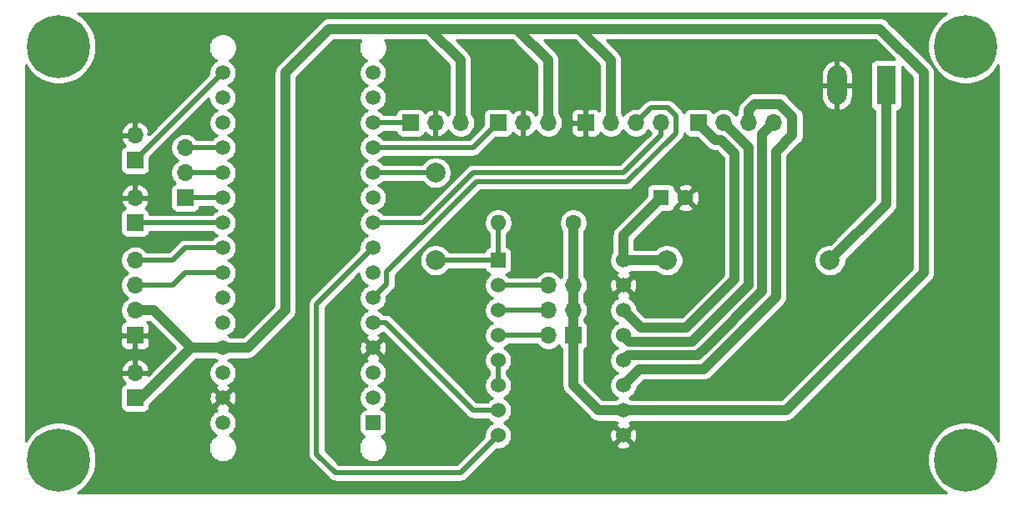
<source format=gbl>
%TF.GenerationSoftware,KiCad,Pcbnew,(5.1.9)-1*%
%TF.CreationDate,2021-07-13T22:03:11+02:00*%
%TF.ProjectId,CameraSlider,43616d65-7261-4536-9c69-6465722e6b69,rev?*%
%TF.SameCoordinates,Original*%
%TF.FileFunction,Copper,L2,Bot*%
%TF.FilePolarity,Positive*%
%FSLAX46Y46*%
G04 Gerber Fmt 4.6, Leading zero omitted, Abs format (unit mm)*
G04 Created by KiCad (PCBNEW (5.1.9)-1) date 2021-07-13 22:03:11*
%MOMM*%
%LPD*%
G01*
G04 APERTURE LIST*
%TA.AperFunction,ComponentPad*%
%ADD10R,1.508000X1.508000*%
%TD*%
%TA.AperFunction,ComponentPad*%
%ADD11C,1.508000*%
%TD*%
%TA.AperFunction,ComponentPad*%
%ADD12R,1.700000X1.700000*%
%TD*%
%TA.AperFunction,ComponentPad*%
%ADD13O,1.700000X1.700000*%
%TD*%
%TA.AperFunction,ComponentPad*%
%ADD14C,1.600000*%
%TD*%
%TA.AperFunction,ComponentPad*%
%ADD15R,1.600000X1.600000*%
%TD*%
%TA.AperFunction,ComponentPad*%
%ADD16C,6.400000*%
%TD*%
%TA.AperFunction,ComponentPad*%
%ADD17O,1.600000X1.600000*%
%TD*%
%TA.AperFunction,ComponentPad*%
%ADD18R,1.530000X1.530000*%
%TD*%
%TA.AperFunction,ComponentPad*%
%ADD19C,1.530000*%
%TD*%
%TA.AperFunction,ComponentPad*%
%ADD20O,1.980000X3.960000*%
%TD*%
%TA.AperFunction,ComponentPad*%
%ADD21R,1.980000X3.960000*%
%TD*%
%TA.AperFunction,ViaPad*%
%ADD22C,2.000000*%
%TD*%
%TA.AperFunction,Conductor*%
%ADD23C,1.000000*%
%TD*%
%TA.AperFunction,Conductor*%
%ADD24C,0.500000*%
%TD*%
%TA.AperFunction,Conductor*%
%ADD25C,0.254000*%
%TD*%
%TA.AperFunction,Conductor*%
%ADD26C,0.100000*%
%TD*%
G04 APERTURE END LIST*
D10*
%TO.P,U1,1*%
%TO.N,N/C*%
X135890000Y-142240000D03*
D11*
%TO.P,U1,2*%
X135890000Y-139700000D03*
%TO.P,U1,3*%
X135890000Y-137160000D03*
%TO.P,U1,4*%
%TO.N,GND*%
X135890000Y-134620000D03*
%TO.P,U1,5*%
%TO.N,X_STEP*%
X135890000Y-132080000D03*
%TO.P,U1,6*%
%TO.N,ENCODER_DT*%
X135890000Y-129540000D03*
%TO.P,U1,7*%
%TO.N,N/C*%
X135890000Y-127000000D03*
%TO.P,U1,8*%
%TO.N,X_DIR*%
X135890000Y-124460000D03*
%TO.P,U1,9*%
%TO.N,ENCODER_CLK*%
X135890000Y-121920000D03*
%TO.P,U1,10*%
%TO.N,N/C*%
X135890000Y-119380000D03*
%TO.P,U1,11*%
%TO.N,EN*%
X135890000Y-116840000D03*
%TO.P,U1,12*%
%TO.N,ENDSTOP_LEFT*%
X135890000Y-114300000D03*
%TO.P,U1,13*%
%TO.N,ENDSTOP_RIGHT*%
X135890000Y-111760000D03*
%TO.P,U1,14*%
%TO.N,N/C*%
X135890000Y-109220000D03*
%TO.P,U1,15*%
X135890000Y-106680000D03*
%TO.P,U1,16*%
%TO.N,BUTTON_RIGHT*%
X120650000Y-106680000D03*
%TO.P,U1,17*%
%TO.N,N/C*%
X120650000Y-109220000D03*
%TO.P,U1,18*%
X120650000Y-111760000D03*
%TO.P,U1,19*%
%TO.N,Net-(J3-Pad3)*%
X120650000Y-114300000D03*
%TO.P,U1,20*%
%TO.N,Net-(J3-Pad2)*%
X120650000Y-116840000D03*
%TO.P,U1,21*%
%TO.N,Net-(J3-Pad1)*%
X120650000Y-119380000D03*
%TO.P,U1,22*%
%TO.N,BUTTON_LEFT*%
X120650000Y-121920000D03*
%TO.P,U1,23*%
%TO.N,SDA*%
X120650000Y-124460000D03*
%TO.P,U1,24*%
%TO.N,SCL*%
X120650000Y-127000000D03*
%TO.P,U1,25*%
%TO.N,N/C*%
X120650000Y-129540000D03*
%TO.P,U1,26*%
X120650000Y-132080000D03*
%TO.P,U1,27*%
%TO.N,+5V*%
X120650000Y-134620000D03*
%TO.P,U1,28*%
%TO.N,N/C*%
X120650000Y-137160000D03*
%TO.P,U1,29*%
%TO.N,GND*%
X120650000Y-139700000D03*
%TO.P,U1,30*%
%TO.N,N/C*%
X120650000Y-142240000D03*
%TD*%
D12*
%TO.P,J10,1*%
%TO.N,GND*%
X157480000Y-111760000D03*
D13*
%TO.P,J10,2*%
%TO.N,+5V*%
X160020000Y-111760000D03*
%TO.P,J10,3*%
%TO.N,ENCODER_DT*%
X162560000Y-111760000D03*
%TO.P,J10,4*%
%TO.N,ENCODER_CLK*%
X165100000Y-111760000D03*
%TD*%
D14*
%TO.P,C1,2*%
%TO.N,GND*%
X167600000Y-119380000D03*
D15*
%TO.P,C1,1*%
%TO.N,+BATT*%
X165100000Y-119380000D03*
%TD*%
D16*
%TO.P,H1,1*%
%TO.N,N/C*%
X104000000Y-146000000D03*
%TD*%
%TO.P,H2,1*%
%TO.N,N/C*%
X104000000Y-104000000D03*
%TD*%
D13*
%TO.P,J2,2*%
%TO.N,GND*%
X111760000Y-137160000D03*
D12*
%TO.P,J2,1*%
%TO.N,+5V*%
X111760000Y-139700000D03*
%TD*%
D13*
%TO.P,J3,3*%
%TO.N,Net-(J3-Pad3)*%
X116840000Y-114300000D03*
%TO.P,J3,2*%
%TO.N,Net-(J3-Pad2)*%
X116840000Y-116840000D03*
D12*
%TO.P,J3,1*%
%TO.N,Net-(J3-Pad1)*%
X116840000Y-119380000D03*
%TD*%
D13*
%TO.P,J4,2*%
%TO.N,GND*%
X111760000Y-119380000D03*
D12*
%TO.P,J4,1*%
%TO.N,BUTTON_LEFT*%
X111760000Y-121920000D03*
%TD*%
%TO.P,J5,1*%
%TO.N,BUTTON_RIGHT*%
X111760000Y-115570000D03*
D13*
%TO.P,J5,2*%
%TO.N,GND*%
X111760000Y-113030000D03*
%TD*%
%TO.P,J6,3*%
%TO.N,+5V*%
X153670000Y-111760000D03*
%TO.P,J6,2*%
%TO.N,GND*%
X151130000Y-111760000D03*
D12*
%TO.P,J6,1*%
%TO.N,ENDSTOP_LEFT*%
X148590000Y-111760000D03*
%TD*%
%TO.P,J7,1*%
%TO.N,ENDSTOP_RIGHT*%
X139700000Y-111760000D03*
D13*
%TO.P,J7,2*%
%TO.N,GND*%
X142240000Y-111760000D03*
%TO.P,J7,3*%
%TO.N,+5V*%
X144780000Y-111760000D03*
%TD*%
%TO.P,J8,6*%
%TO.N,Net-(J8-Pad6)*%
X153670000Y-128270000D03*
%TO.P,J8,5*%
%TO.N,+5V*%
X156210000Y-128270000D03*
%TO.P,J8,4*%
%TO.N,Net-(J8-Pad4)*%
X153670000Y-130810000D03*
%TO.P,J8,3*%
%TO.N,+5V*%
X156210000Y-130810000D03*
%TO.P,J8,2*%
%TO.N,Net-(J8-Pad2)*%
X153670000Y-133350000D03*
D12*
%TO.P,J8,1*%
%TO.N,+5V*%
X156210000Y-133350000D03*
%TD*%
D13*
%TO.P,J9,4*%
%TO.N,SDA*%
X111760000Y-125730000D03*
%TO.P,J9,3*%
%TO.N,SCL*%
X111760000Y-128270000D03*
%TO.P,J9,2*%
%TO.N,+5V*%
X111760000Y-130810000D03*
D12*
%TO.P,J9,1*%
%TO.N,GND*%
X111760000Y-133350000D03*
%TD*%
D13*
%TO.P,J11,4*%
%TO.N,Net-(J11-Pad4)*%
X176530000Y-111760000D03*
%TO.P,J11,3*%
%TO.N,Net-(J11-Pad3)*%
X173990000Y-111760000D03*
%TO.P,J11,2*%
%TO.N,Net-(J11-Pad2)*%
X171450000Y-111760000D03*
D12*
%TO.P,J11,1*%
%TO.N,Net-(J11-Pad1)*%
X168910000Y-111760000D03*
%TD*%
D17*
%TO.P,R1,2*%
%TO.N,EN*%
X148590000Y-121920000D03*
D14*
%TO.P,R1,1*%
%TO.N,+5V*%
X156210000Y-121920000D03*
%TD*%
D18*
%TO.P,U2,1*%
%TO.N,EN*%
X148590000Y-125730000D03*
D19*
%TO.P,U2,2*%
%TO.N,Net-(J8-Pad6)*%
X148590000Y-128270000D03*
%TO.P,U2,3*%
%TO.N,Net-(J8-Pad4)*%
X148590000Y-130810000D03*
%TO.P,U2,4*%
%TO.N,Net-(J8-Pad2)*%
X148590000Y-133350000D03*
%TO.P,U2,5*%
%TO.N,Net-(U2-Pad5)*%
X148590000Y-135890000D03*
%TO.P,U2,6*%
X148590000Y-138430000D03*
%TO.P,U2,7*%
%TO.N,X_STEP*%
X148590000Y-140970000D03*
%TO.P,U2,8*%
%TO.N,X_DIR*%
X148590000Y-143510000D03*
%TO.P,U2,9*%
%TO.N,GND*%
X161290000Y-143510000D03*
%TO.P,U2,10*%
%TO.N,+5V*%
X161290000Y-140970000D03*
%TO.P,U2,11*%
%TO.N,Net-(J11-Pad3)*%
X161290000Y-138430000D03*
%TO.P,U2,12*%
%TO.N,Net-(J11-Pad4)*%
X161290000Y-135890000D03*
%TO.P,U2,13*%
%TO.N,Net-(J11-Pad2)*%
X161290000Y-133350000D03*
%TO.P,U2,14*%
%TO.N,Net-(J11-Pad1)*%
X161290000Y-130810000D03*
%TO.P,U2,15*%
%TO.N,GND*%
X161290000Y-128270000D03*
%TO.P,U2,16*%
%TO.N,+BATT*%
X161290000Y-125730000D03*
%TD*%
D20*
%TO.P,J1,2*%
%TO.N,GND*%
X182960000Y-107950000D03*
D21*
%TO.P,J1,1*%
%TO.N,+BATT*%
X187960000Y-107950000D03*
%TD*%
D16*
%TO.P,H3,1*%
%TO.N,N/C*%
X196000000Y-146000000D03*
%TD*%
%TO.P,H4,1*%
%TO.N,N/C*%
X196000000Y-104000000D03*
%TD*%
D22*
%TO.N,GND*%
X125095000Y-139700000D03*
X132715000Y-139700000D03*
X158750000Y-137160000D03*
X158750000Y-143510000D03*
X159385000Y-120015000D03*
X159385000Y-114935000D03*
X175260000Y-137160000D03*
X175260000Y-143510000D03*
%TO.N,+BATT*%
X165735000Y-125730000D03*
X182245000Y-125730000D03*
%TO.N,EN*%
X142240000Y-125730000D03*
X142240000Y-116840000D03*
%TD*%
D23*
%TO.N,+BATT*%
X161290000Y-123190000D02*
X165100000Y-119380000D01*
X161290000Y-125730000D02*
X161290000Y-123190000D01*
X161290000Y-125730000D02*
X165735000Y-125730000D01*
X187960000Y-120015000D02*
X182245000Y-125730000D01*
X187960000Y-107950000D02*
X187960000Y-120015000D01*
%TO.N,+5V*%
X156210000Y-133350000D02*
X156210000Y-130810000D01*
X156210000Y-130810000D02*
X156210000Y-128270000D01*
X111760000Y-130810000D02*
X113665000Y-130810000D01*
X117475000Y-134620000D02*
X120650000Y-134620000D01*
X113665000Y-130810000D02*
X117475000Y-134620000D01*
X112395000Y-139700000D02*
X117475000Y-134620000D01*
X111760000Y-139700000D02*
X112395000Y-139700000D01*
X120650000Y-134620000D02*
X123190000Y-134620000D01*
X123190000Y-134620000D02*
X127000000Y-130810000D01*
X127000000Y-130810000D02*
X127000000Y-106680000D01*
X127000000Y-106680000D02*
X131445000Y-102235000D01*
X131445000Y-102235000D02*
X141605000Y-102235000D01*
X144780000Y-105410000D02*
X144780000Y-111760000D01*
X141605000Y-102235000D02*
X144780000Y-105410000D01*
X141605000Y-102235000D02*
X150495000Y-102235000D01*
X153670000Y-105410000D02*
X153670000Y-111760000D01*
X150495000Y-102235000D02*
X153670000Y-105410000D01*
X150495000Y-102235000D02*
X156845000Y-102235000D01*
X160020000Y-105410000D02*
X160020000Y-111760000D01*
X156845000Y-102235000D02*
X160020000Y-105410000D01*
X156845000Y-102235000D02*
X187325000Y-102235000D01*
X187325000Y-102235000D02*
X191770000Y-106680000D01*
X191770000Y-106680000D02*
X191770000Y-127000000D01*
X177800000Y-140970000D02*
X161290000Y-140970000D01*
X191770000Y-127000000D02*
X177800000Y-140970000D01*
X156210000Y-133350000D02*
X156210000Y-138430000D01*
X158750000Y-140970000D02*
X161290000Y-140970000D01*
X156210000Y-138430000D02*
X158750000Y-140970000D01*
X156210000Y-128270000D02*
X156210000Y-121920000D01*
D24*
%TO.N,Net-(J3-Pad3)*%
X116840000Y-114300000D02*
X120650000Y-114300000D01*
%TO.N,Net-(J3-Pad2)*%
X116840000Y-116840000D02*
X120650000Y-116840000D01*
%TO.N,Net-(J3-Pad1)*%
X116840000Y-119380000D02*
X120650000Y-119380000D01*
%TO.N,BUTTON_LEFT*%
X111760000Y-121920000D02*
X120650000Y-121920000D01*
%TO.N,BUTTON_RIGHT*%
X111760000Y-115570000D02*
X120650000Y-106680000D01*
%TO.N,ENDSTOP_LEFT*%
X146050000Y-114300000D02*
X148590000Y-111760000D01*
X135890000Y-114300000D02*
X146050000Y-114300000D01*
%TO.N,ENDSTOP_RIGHT*%
X135890000Y-111760000D02*
X139700000Y-111760000D01*
%TO.N,Net-(J8-Pad6)*%
X148590000Y-128270000D02*
X153670000Y-128270000D01*
%TO.N,Net-(J8-Pad4)*%
X148590000Y-130810000D02*
X153670000Y-130810000D01*
%TO.N,Net-(J8-Pad2)*%
X148590000Y-133350000D02*
X153670000Y-133350000D01*
%TO.N,SDA*%
X111760000Y-125730000D02*
X115570000Y-125730000D01*
X116840000Y-124460000D02*
X120650000Y-124460000D01*
X115570000Y-125730000D02*
X116840000Y-124460000D01*
%TO.N,SCL*%
X111760000Y-128270000D02*
X115570000Y-128270000D01*
X116840000Y-127000000D02*
X120650000Y-127000000D01*
X115570000Y-128270000D02*
X116840000Y-127000000D01*
%TO.N,ENCODER_DT*%
X165820001Y-110259999D02*
X164060001Y-110259999D01*
X166600001Y-111039999D02*
X165820001Y-110259999D01*
X164060001Y-110259999D02*
X162560000Y-111760000D01*
X166600001Y-112802805D02*
X166600001Y-111039999D01*
X161662797Y-117740009D02*
X166600001Y-112802805D01*
X146422796Y-117740010D02*
X161662797Y-117740009D01*
X137294001Y-126868805D02*
X146422796Y-117740010D01*
X137294001Y-128135999D02*
X137294001Y-126868805D01*
X135890000Y-129540000D02*
X137294001Y-128135999D01*
%TO.N,ENCODER_CLK*%
X135890000Y-121920000D02*
X140970000Y-121920000D01*
X140970000Y-121920000D02*
X146050000Y-116840000D01*
X146050000Y-116840000D02*
X161290000Y-116840000D01*
X165100000Y-113030000D02*
X165100000Y-111760000D01*
X161290000Y-116840000D02*
X165100000Y-113030000D01*
D23*
%TO.N,Net-(J11-Pad4)*%
X175390010Y-112899990D02*
X176530000Y-111760000D01*
X175390010Y-128849903D02*
X175390010Y-112899990D01*
X169675010Y-134564902D02*
X175390010Y-128849903D01*
X168854903Y-135385010D02*
X169675010Y-134564902D01*
X161794990Y-135385010D02*
X168854903Y-135385010D01*
X161290000Y-135890000D02*
X161794990Y-135385010D01*
%TO.N,Net-(J11-Pad3)*%
X162934980Y-136785020D02*
X161290000Y-138430000D01*
X176790020Y-114674980D02*
X176790020Y-129429806D01*
X169434807Y-136785018D02*
X168275001Y-136785020D01*
X178435000Y-113030000D02*
X176790020Y-114674980D01*
X168275001Y-136785020D02*
X162934980Y-136785020D01*
X178435000Y-111125000D02*
X178435000Y-113030000D01*
X177165000Y-109855000D02*
X178435000Y-111125000D01*
X176790020Y-129429806D02*
X169434807Y-136785018D01*
X174625000Y-109855000D02*
X177165000Y-109855000D01*
X173990000Y-110490000D02*
X174625000Y-109855000D01*
X173990000Y-111760000D02*
X173990000Y-110490000D01*
%TO.N,Net-(J11-Pad2)*%
X173990000Y-114300000D02*
X171450000Y-111760000D01*
X173990000Y-128270000D02*
X173990000Y-114300000D01*
X168275000Y-133985000D02*
X173990000Y-128270000D01*
X161925000Y-133985000D02*
X168275000Y-133985000D01*
X161290000Y-133350000D02*
X161925000Y-133985000D01*
%TO.N,Net-(J11-Pad1)*%
X161290000Y-130810000D02*
X163064990Y-132584990D01*
X163064990Y-132584990D02*
X167695098Y-132584990D01*
X167695098Y-132584990D02*
X172589990Y-127690098D01*
X172589990Y-127690098D02*
X172589990Y-114879902D01*
X172589990Y-114879902D02*
X171220089Y-113510001D01*
X168910000Y-111810002D02*
X168910000Y-111760000D01*
X170609999Y-113510001D02*
X168910000Y-111810002D01*
X171220089Y-113510001D02*
X170609999Y-113510001D01*
D24*
%TO.N,EN*%
X148590000Y-125730000D02*
X148590000Y-121920000D01*
X142240000Y-125730000D02*
X148590000Y-125730000D01*
X135890000Y-116840000D02*
X142240000Y-116840000D01*
%TO.N,X_STEP*%
X135890000Y-132080000D02*
X137160000Y-132080000D01*
X146050000Y-140970000D02*
X148590000Y-140970000D01*
X137160000Y-132080000D02*
X146050000Y-140970000D01*
%TO.N,X_DIR*%
X144780000Y-147320000D02*
X148590000Y-143510000D01*
X132080000Y-147320000D02*
X144780000Y-147320000D01*
X130175000Y-145415000D02*
X132080000Y-147320000D01*
X130175000Y-130175000D02*
X130175000Y-145415000D01*
X135890000Y-124460000D02*
X130175000Y-130175000D01*
%TO.N,Net-(U2-Pad5)*%
X148590000Y-135890000D02*
X148590000Y-138430000D01*
%TD*%
D25*
%TO.N,GND*%
X193555330Y-101021161D02*
X193021161Y-101555330D01*
X192601467Y-102183446D01*
X192312377Y-102881372D01*
X192165000Y-103622285D01*
X192165000Y-104377715D01*
X192312377Y-105118628D01*
X192601467Y-105816554D01*
X193021161Y-106444670D01*
X193555330Y-106978839D01*
X194183446Y-107398533D01*
X194881372Y-107687623D01*
X195622285Y-107835000D01*
X196377715Y-107835000D01*
X197118628Y-107687623D01*
X197816554Y-107398533D01*
X198444670Y-106978839D01*
X198978839Y-106444670D01*
X199340000Y-105904155D01*
X199340001Y-144095847D01*
X198978839Y-143555330D01*
X198444670Y-143021161D01*
X197816554Y-142601467D01*
X197118628Y-142312377D01*
X196377715Y-142165000D01*
X195622285Y-142165000D01*
X194881372Y-142312377D01*
X194183446Y-142601467D01*
X193555330Y-143021161D01*
X193021161Y-143555330D01*
X192601467Y-144183446D01*
X192312377Y-144881372D01*
X192165000Y-145622285D01*
X192165000Y-146377715D01*
X192312377Y-147118628D01*
X192601467Y-147816554D01*
X193021161Y-148444670D01*
X193555330Y-148978839D01*
X194095845Y-149340000D01*
X105904155Y-149340000D01*
X106444670Y-148978839D01*
X106978839Y-148444670D01*
X107398533Y-147816554D01*
X107687623Y-147118628D01*
X107835000Y-146377715D01*
X107835000Y-145622285D01*
X107687623Y-144881372D01*
X107586051Y-144636153D01*
X119189500Y-144636153D01*
X119189500Y-144923847D01*
X119245626Y-145206012D01*
X119355721Y-145471806D01*
X119515555Y-145711015D01*
X119718985Y-145914445D01*
X119958194Y-146074279D01*
X120223988Y-146184374D01*
X120506153Y-146240500D01*
X120793847Y-146240500D01*
X121076012Y-146184374D01*
X121341806Y-146074279D01*
X121581015Y-145914445D01*
X121784445Y-145711015D01*
X121944279Y-145471806D01*
X122054374Y-145206012D01*
X122110500Y-144923847D01*
X122110500Y-144636153D01*
X122054374Y-144353988D01*
X121944279Y-144088194D01*
X121784445Y-143848985D01*
X121581015Y-143645555D01*
X121341806Y-143485721D01*
X121307001Y-143471304D01*
X121307938Y-143470916D01*
X121535436Y-143318907D01*
X121728907Y-143125436D01*
X121880916Y-142897938D01*
X121985622Y-142645156D01*
X122039000Y-142376805D01*
X122039000Y-142103195D01*
X121985622Y-141834844D01*
X121880916Y-141582062D01*
X121728907Y-141354564D01*
X121535436Y-141161093D01*
X121307938Y-141009084D01*
X121217826Y-140971758D01*
X121250229Y-140960063D01*
X121364235Y-140899127D01*
X121430246Y-140659851D01*
X120650000Y-139879605D01*
X119869754Y-140659851D01*
X119935765Y-140899127D01*
X120086563Y-140969940D01*
X119992062Y-141009084D01*
X119764564Y-141161093D01*
X119571093Y-141354564D01*
X119419084Y-141582062D01*
X119314378Y-141834844D01*
X119261000Y-142103195D01*
X119261000Y-142376805D01*
X119314378Y-142645156D01*
X119419084Y-142897938D01*
X119571093Y-143125436D01*
X119764564Y-143318907D01*
X119992062Y-143470916D01*
X119992999Y-143471304D01*
X119958194Y-143485721D01*
X119718985Y-143645555D01*
X119515555Y-143848985D01*
X119355721Y-144088194D01*
X119245626Y-144353988D01*
X119189500Y-144636153D01*
X107586051Y-144636153D01*
X107398533Y-144183446D01*
X106978839Y-143555330D01*
X106444670Y-143021161D01*
X105816554Y-142601467D01*
X105118628Y-142312377D01*
X104377715Y-142165000D01*
X103622285Y-142165000D01*
X102881372Y-142312377D01*
X102183446Y-142601467D01*
X101555330Y-143021161D01*
X101021161Y-143555330D01*
X100660000Y-144095845D01*
X100660000Y-136803110D01*
X110318524Y-136803110D01*
X110439845Y-137033000D01*
X111633000Y-137033000D01*
X111633000Y-135839186D01*
X111887000Y-135839186D01*
X111887000Y-137033000D01*
X113080155Y-137033000D01*
X113201476Y-136803110D01*
X113156825Y-136655901D01*
X113031641Y-136393080D01*
X112857588Y-136159731D01*
X112641355Y-135964822D01*
X112391252Y-135815843D01*
X112116891Y-135718519D01*
X111887000Y-135839186D01*
X111633000Y-135839186D01*
X111403109Y-135718519D01*
X111128748Y-135815843D01*
X110878645Y-135964822D01*
X110662412Y-136159731D01*
X110488359Y-136393080D01*
X110363175Y-136655901D01*
X110318524Y-136803110D01*
X100660000Y-136803110D01*
X100660000Y-134200000D01*
X110271928Y-134200000D01*
X110284188Y-134324482D01*
X110320498Y-134444180D01*
X110379463Y-134554494D01*
X110458815Y-134651185D01*
X110555506Y-134730537D01*
X110665820Y-134789502D01*
X110785518Y-134825812D01*
X110910000Y-134838072D01*
X111474250Y-134835000D01*
X111633000Y-134676250D01*
X111633000Y-133477000D01*
X111887000Y-133477000D01*
X111887000Y-134676250D01*
X112045750Y-134835000D01*
X112610000Y-134838072D01*
X112734482Y-134825812D01*
X112854180Y-134789502D01*
X112964494Y-134730537D01*
X113061185Y-134651185D01*
X113140537Y-134554494D01*
X113199502Y-134444180D01*
X113235812Y-134324482D01*
X113248072Y-134200000D01*
X113245000Y-133635750D01*
X113086250Y-133477000D01*
X111887000Y-133477000D01*
X111633000Y-133477000D01*
X110433750Y-133477000D01*
X110275000Y-133635750D01*
X110271928Y-134200000D01*
X100660000Y-134200000D01*
X100660000Y-119023110D01*
X110318524Y-119023110D01*
X110439845Y-119253000D01*
X111633000Y-119253000D01*
X111633000Y-118059186D01*
X111887000Y-118059186D01*
X111887000Y-119253000D01*
X113080155Y-119253000D01*
X113201476Y-119023110D01*
X113156825Y-118875901D01*
X113031641Y-118613080D01*
X112857588Y-118379731D01*
X112641355Y-118184822D01*
X112391252Y-118035843D01*
X112116891Y-117938519D01*
X111887000Y-118059186D01*
X111633000Y-118059186D01*
X111403109Y-117938519D01*
X111128748Y-118035843D01*
X110878645Y-118184822D01*
X110662412Y-118379731D01*
X110488359Y-118613080D01*
X110363175Y-118875901D01*
X110318524Y-119023110D01*
X100660000Y-119023110D01*
X100660000Y-114720000D01*
X110271928Y-114720000D01*
X110271928Y-116420000D01*
X110284188Y-116544482D01*
X110320498Y-116664180D01*
X110379463Y-116774494D01*
X110458815Y-116871185D01*
X110555506Y-116950537D01*
X110665820Y-117009502D01*
X110785518Y-117045812D01*
X110910000Y-117058072D01*
X112610000Y-117058072D01*
X112734482Y-117045812D01*
X112854180Y-117009502D01*
X112964494Y-116950537D01*
X113061185Y-116871185D01*
X113140537Y-116774494D01*
X113199502Y-116664180D01*
X113235812Y-116544482D01*
X113248072Y-116420000D01*
X113248072Y-115333506D01*
X119261000Y-109320579D01*
X119261000Y-109356805D01*
X119314378Y-109625156D01*
X119419084Y-109877938D01*
X119571093Y-110105436D01*
X119764564Y-110298907D01*
X119992062Y-110450916D01*
X120086419Y-110490000D01*
X119992062Y-110529084D01*
X119764564Y-110681093D01*
X119571093Y-110874564D01*
X119419084Y-111102062D01*
X119314378Y-111354844D01*
X119261000Y-111623195D01*
X119261000Y-111896805D01*
X119314378Y-112165156D01*
X119419084Y-112417938D01*
X119571093Y-112645436D01*
X119764564Y-112838907D01*
X119992062Y-112990916D01*
X120086419Y-113030000D01*
X119992062Y-113069084D01*
X119764564Y-113221093D01*
X119571093Y-113414564D01*
X119570802Y-113415000D01*
X118034656Y-113415000D01*
X117993475Y-113353368D01*
X117786632Y-113146525D01*
X117543411Y-112984010D01*
X117273158Y-112872068D01*
X116986260Y-112815000D01*
X116693740Y-112815000D01*
X116406842Y-112872068D01*
X116136589Y-112984010D01*
X115893368Y-113146525D01*
X115686525Y-113353368D01*
X115524010Y-113596589D01*
X115412068Y-113866842D01*
X115355000Y-114153740D01*
X115355000Y-114446260D01*
X115412068Y-114733158D01*
X115524010Y-115003411D01*
X115686525Y-115246632D01*
X115893368Y-115453475D01*
X116067760Y-115570000D01*
X115893368Y-115686525D01*
X115686525Y-115893368D01*
X115524010Y-116136589D01*
X115412068Y-116406842D01*
X115355000Y-116693740D01*
X115355000Y-116986260D01*
X115412068Y-117273158D01*
X115524010Y-117543411D01*
X115686525Y-117786632D01*
X115818380Y-117918487D01*
X115745820Y-117940498D01*
X115635506Y-117999463D01*
X115538815Y-118078815D01*
X115459463Y-118175506D01*
X115400498Y-118285820D01*
X115364188Y-118405518D01*
X115351928Y-118530000D01*
X115351928Y-120230000D01*
X115364188Y-120354482D01*
X115400498Y-120474180D01*
X115459463Y-120584494D01*
X115538815Y-120681185D01*
X115635506Y-120760537D01*
X115745820Y-120819502D01*
X115865518Y-120855812D01*
X115990000Y-120868072D01*
X117690000Y-120868072D01*
X117814482Y-120855812D01*
X117934180Y-120819502D01*
X118044494Y-120760537D01*
X118141185Y-120681185D01*
X118220537Y-120584494D01*
X118279502Y-120474180D01*
X118315812Y-120354482D01*
X118324625Y-120265000D01*
X119570802Y-120265000D01*
X119571093Y-120265436D01*
X119764564Y-120458907D01*
X119992062Y-120610916D01*
X120086419Y-120650000D01*
X119992062Y-120689084D01*
X119764564Y-120841093D01*
X119571093Y-121034564D01*
X119570802Y-121035000D01*
X113244625Y-121035000D01*
X113235812Y-120945518D01*
X113199502Y-120825820D01*
X113140537Y-120715506D01*
X113061185Y-120618815D01*
X112964494Y-120539463D01*
X112854180Y-120480498D01*
X112773534Y-120456034D01*
X112857588Y-120380269D01*
X113031641Y-120146920D01*
X113156825Y-119884099D01*
X113201476Y-119736890D01*
X113080155Y-119507000D01*
X111887000Y-119507000D01*
X111887000Y-119527000D01*
X111633000Y-119527000D01*
X111633000Y-119507000D01*
X110439845Y-119507000D01*
X110318524Y-119736890D01*
X110363175Y-119884099D01*
X110488359Y-120146920D01*
X110662412Y-120380269D01*
X110746466Y-120456034D01*
X110665820Y-120480498D01*
X110555506Y-120539463D01*
X110458815Y-120618815D01*
X110379463Y-120715506D01*
X110320498Y-120825820D01*
X110284188Y-120945518D01*
X110271928Y-121070000D01*
X110271928Y-122770000D01*
X110284188Y-122894482D01*
X110320498Y-123014180D01*
X110379463Y-123124494D01*
X110458815Y-123221185D01*
X110555506Y-123300537D01*
X110665820Y-123359502D01*
X110785518Y-123395812D01*
X110910000Y-123408072D01*
X112610000Y-123408072D01*
X112734482Y-123395812D01*
X112854180Y-123359502D01*
X112964494Y-123300537D01*
X113061185Y-123221185D01*
X113140537Y-123124494D01*
X113199502Y-123014180D01*
X113235812Y-122894482D01*
X113244625Y-122805000D01*
X119570802Y-122805000D01*
X119571093Y-122805436D01*
X119764564Y-122998907D01*
X119992062Y-123150916D01*
X120086419Y-123190000D01*
X119992062Y-123229084D01*
X119764564Y-123381093D01*
X119571093Y-123574564D01*
X119570802Y-123575000D01*
X116883465Y-123575000D01*
X116839999Y-123570719D01*
X116796533Y-123575000D01*
X116796523Y-123575000D01*
X116666510Y-123587805D01*
X116499687Y-123638411D01*
X116345941Y-123720589D01*
X116345939Y-123720590D01*
X116345940Y-123720590D01*
X116244953Y-123803468D01*
X116244951Y-123803470D01*
X116211183Y-123831183D01*
X116183470Y-123864951D01*
X115203422Y-124845000D01*
X112954656Y-124845000D01*
X112913475Y-124783368D01*
X112706632Y-124576525D01*
X112463411Y-124414010D01*
X112193158Y-124302068D01*
X111906260Y-124245000D01*
X111613740Y-124245000D01*
X111326842Y-124302068D01*
X111056589Y-124414010D01*
X110813368Y-124576525D01*
X110606525Y-124783368D01*
X110444010Y-125026589D01*
X110332068Y-125296842D01*
X110275000Y-125583740D01*
X110275000Y-125876260D01*
X110332068Y-126163158D01*
X110444010Y-126433411D01*
X110606525Y-126676632D01*
X110813368Y-126883475D01*
X110987760Y-127000000D01*
X110813368Y-127116525D01*
X110606525Y-127323368D01*
X110444010Y-127566589D01*
X110332068Y-127836842D01*
X110275000Y-128123740D01*
X110275000Y-128416260D01*
X110332068Y-128703158D01*
X110444010Y-128973411D01*
X110606525Y-129216632D01*
X110813368Y-129423475D01*
X110987760Y-129540000D01*
X110813368Y-129656525D01*
X110606525Y-129863368D01*
X110444010Y-130106589D01*
X110332068Y-130376842D01*
X110275000Y-130663740D01*
X110275000Y-130956260D01*
X110332068Y-131243158D01*
X110444010Y-131513411D01*
X110606525Y-131756632D01*
X110738380Y-131888487D01*
X110665820Y-131910498D01*
X110555506Y-131969463D01*
X110458815Y-132048815D01*
X110379463Y-132145506D01*
X110320498Y-132255820D01*
X110284188Y-132375518D01*
X110271928Y-132500000D01*
X110275000Y-133064250D01*
X110433750Y-133223000D01*
X111633000Y-133223000D01*
X111633000Y-133203000D01*
X111887000Y-133203000D01*
X111887000Y-133223000D01*
X113086250Y-133223000D01*
X113245000Y-133064250D01*
X113248072Y-132500000D01*
X113235812Y-132375518D01*
X113199502Y-132255820D01*
X113140537Y-132145506D01*
X113061185Y-132048815D01*
X112964494Y-131969463D01*
X112918728Y-131945000D01*
X113194869Y-131945000D01*
X115869868Y-134620000D01*
X113122545Y-137367324D01*
X113080155Y-137287000D01*
X111887000Y-137287000D01*
X111887000Y-137307000D01*
X111633000Y-137307000D01*
X111633000Y-137287000D01*
X110439845Y-137287000D01*
X110318524Y-137516890D01*
X110363175Y-137664099D01*
X110488359Y-137926920D01*
X110662412Y-138160269D01*
X110746466Y-138236034D01*
X110665820Y-138260498D01*
X110555506Y-138319463D01*
X110458815Y-138398815D01*
X110379463Y-138495506D01*
X110320498Y-138605820D01*
X110284188Y-138725518D01*
X110271928Y-138850000D01*
X110271928Y-140550000D01*
X110284188Y-140674482D01*
X110320498Y-140794180D01*
X110379463Y-140904494D01*
X110458815Y-141001185D01*
X110555506Y-141080537D01*
X110665820Y-141139502D01*
X110785518Y-141175812D01*
X110910000Y-141188072D01*
X112610000Y-141188072D01*
X112734482Y-141175812D01*
X112854180Y-141139502D01*
X112964494Y-141080537D01*
X113061185Y-141001185D01*
X113140537Y-140904494D01*
X113199502Y-140794180D01*
X113235812Y-140674482D01*
X113248072Y-140550000D01*
X113248072Y-140452059D01*
X113927797Y-139772334D01*
X119256155Y-139772334D01*
X119297049Y-140042870D01*
X119389937Y-140300229D01*
X119450873Y-140414235D01*
X119690149Y-140480246D01*
X120470395Y-139700000D01*
X120829605Y-139700000D01*
X121609851Y-140480246D01*
X121849127Y-140414235D01*
X121965426Y-140166574D01*
X122031174Y-139900982D01*
X122043845Y-139627666D01*
X122002951Y-139357130D01*
X121910063Y-139099771D01*
X121849127Y-138985765D01*
X121609851Y-138919754D01*
X120829605Y-139700000D01*
X120470395Y-139700000D01*
X119690149Y-138919754D01*
X119450873Y-138985765D01*
X119334574Y-139233426D01*
X119268826Y-139499018D01*
X119256155Y-139772334D01*
X113927797Y-139772334D01*
X117945132Y-135755000D01*
X119848513Y-135755000D01*
X119992062Y-135850916D01*
X120086419Y-135890000D01*
X119992062Y-135929084D01*
X119764564Y-136081093D01*
X119571093Y-136274564D01*
X119419084Y-136502062D01*
X119314378Y-136754844D01*
X119261000Y-137023195D01*
X119261000Y-137296805D01*
X119314378Y-137565156D01*
X119419084Y-137817938D01*
X119571093Y-138045436D01*
X119764564Y-138238907D01*
X119992062Y-138390916D01*
X120082174Y-138428242D01*
X120049771Y-138439937D01*
X119935765Y-138500873D01*
X119869754Y-138740149D01*
X120650000Y-139520395D01*
X121430246Y-138740149D01*
X121364235Y-138500873D01*
X121213437Y-138430060D01*
X121307938Y-138390916D01*
X121535436Y-138238907D01*
X121728907Y-138045436D01*
X121880916Y-137817938D01*
X121985622Y-137565156D01*
X122039000Y-137296805D01*
X122039000Y-137023195D01*
X121985622Y-136754844D01*
X121880916Y-136502062D01*
X121728907Y-136274564D01*
X121535436Y-136081093D01*
X121307938Y-135929084D01*
X121213581Y-135890000D01*
X121307938Y-135850916D01*
X121451487Y-135755000D01*
X123134249Y-135755000D01*
X123190000Y-135760491D01*
X123245751Y-135755000D01*
X123245752Y-135755000D01*
X123412499Y-135738577D01*
X123626447Y-135673676D01*
X123823623Y-135568284D01*
X123996449Y-135426449D01*
X124031996Y-135383135D01*
X127763146Y-131651987D01*
X127806449Y-131616449D01*
X127841990Y-131573143D01*
X127948284Y-131443623D01*
X128053676Y-131246447D01*
X128118577Y-131032499D01*
X128140491Y-130810000D01*
X128135000Y-130754248D01*
X128135000Y-107150131D01*
X131915132Y-103370000D01*
X134647968Y-103370000D01*
X134595721Y-103448194D01*
X134485626Y-103713988D01*
X134429500Y-103996153D01*
X134429500Y-104283847D01*
X134485626Y-104566012D01*
X134595721Y-104831806D01*
X134755555Y-105071015D01*
X134958985Y-105274445D01*
X135198194Y-105434279D01*
X135232999Y-105448696D01*
X135232062Y-105449084D01*
X135004564Y-105601093D01*
X134811093Y-105794564D01*
X134659084Y-106022062D01*
X134554378Y-106274844D01*
X134501000Y-106543195D01*
X134501000Y-106816805D01*
X134554378Y-107085156D01*
X134659084Y-107337938D01*
X134811093Y-107565436D01*
X135004564Y-107758907D01*
X135232062Y-107910916D01*
X135326419Y-107950000D01*
X135232062Y-107989084D01*
X135004564Y-108141093D01*
X134811093Y-108334564D01*
X134659084Y-108562062D01*
X134554378Y-108814844D01*
X134501000Y-109083195D01*
X134501000Y-109356805D01*
X134554378Y-109625156D01*
X134659084Y-109877938D01*
X134811093Y-110105436D01*
X135004564Y-110298907D01*
X135232062Y-110450916D01*
X135326419Y-110490000D01*
X135232062Y-110529084D01*
X135004564Y-110681093D01*
X134811093Y-110874564D01*
X134659084Y-111102062D01*
X134554378Y-111354844D01*
X134501000Y-111623195D01*
X134501000Y-111896805D01*
X134554378Y-112165156D01*
X134659084Y-112417938D01*
X134811093Y-112645436D01*
X135004564Y-112838907D01*
X135232062Y-112990916D01*
X135326419Y-113030000D01*
X135232062Y-113069084D01*
X135004564Y-113221093D01*
X134811093Y-113414564D01*
X134659084Y-113642062D01*
X134554378Y-113894844D01*
X134501000Y-114163195D01*
X134501000Y-114436805D01*
X134554378Y-114705156D01*
X134659084Y-114957938D01*
X134811093Y-115185436D01*
X135004564Y-115378907D01*
X135232062Y-115530916D01*
X135326419Y-115570000D01*
X135232062Y-115609084D01*
X135004564Y-115761093D01*
X134811093Y-115954564D01*
X134659084Y-116182062D01*
X134554378Y-116434844D01*
X134501000Y-116703195D01*
X134501000Y-116976805D01*
X134554378Y-117245156D01*
X134659084Y-117497938D01*
X134811093Y-117725436D01*
X135004564Y-117918907D01*
X135232062Y-118070916D01*
X135326419Y-118110000D01*
X135232062Y-118149084D01*
X135004564Y-118301093D01*
X134811093Y-118494564D01*
X134659084Y-118722062D01*
X134554378Y-118974844D01*
X134501000Y-119243195D01*
X134501000Y-119516805D01*
X134554378Y-119785156D01*
X134659084Y-120037938D01*
X134811093Y-120265436D01*
X135004564Y-120458907D01*
X135232062Y-120610916D01*
X135326419Y-120650000D01*
X135232062Y-120689084D01*
X135004564Y-120841093D01*
X134811093Y-121034564D01*
X134659084Y-121262062D01*
X134554378Y-121514844D01*
X134501000Y-121783195D01*
X134501000Y-122056805D01*
X134554378Y-122325156D01*
X134659084Y-122577938D01*
X134811093Y-122805436D01*
X135004564Y-122998907D01*
X135232062Y-123150916D01*
X135326419Y-123190000D01*
X135232062Y-123229084D01*
X135004564Y-123381093D01*
X134811093Y-123574564D01*
X134659084Y-123802062D01*
X134554378Y-124054844D01*
X134501000Y-124323195D01*
X134501000Y-124596805D01*
X134501102Y-124597319D01*
X129579956Y-129518466D01*
X129546183Y-129546183D01*
X129435589Y-129680942D01*
X129353411Y-129834688D01*
X129302805Y-130001511D01*
X129290000Y-130131524D01*
X129290000Y-130131531D01*
X129285719Y-130175000D01*
X129290000Y-130218469D01*
X129290001Y-145371521D01*
X129285719Y-145415000D01*
X129302805Y-145588490D01*
X129353412Y-145755313D01*
X129435590Y-145909059D01*
X129518468Y-146010046D01*
X129518471Y-146010049D01*
X129546184Y-146043817D01*
X129579951Y-146071529D01*
X131423470Y-147915049D01*
X131451183Y-147948817D01*
X131484951Y-147976530D01*
X131484953Y-147976532D01*
X131585940Y-148059410D01*
X131585941Y-148059411D01*
X131739687Y-148141589D01*
X131906510Y-148192195D01*
X132036523Y-148205000D01*
X132036531Y-148205000D01*
X132080000Y-148209281D01*
X132123469Y-148205000D01*
X144736531Y-148205000D01*
X144780000Y-148209281D01*
X144823469Y-148205000D01*
X144823477Y-148205000D01*
X144953490Y-148192195D01*
X145120313Y-148141589D01*
X145274059Y-148059411D01*
X145408817Y-147948817D01*
X145436534Y-147915044D01*
X148443326Y-144908252D01*
X148452112Y-144910000D01*
X148727888Y-144910000D01*
X148998365Y-144856199D01*
X149253149Y-144750664D01*
X149482448Y-144597451D01*
X149602192Y-144477707D01*
X160501898Y-144477707D01*
X160569240Y-144718106D01*
X160818780Y-144835506D01*
X161086427Y-144901967D01*
X161361899Y-144914936D01*
X161634607Y-144873914D01*
X161894072Y-144780478D01*
X162010760Y-144718106D01*
X162078102Y-144477707D01*
X161290000Y-143689605D01*
X160501898Y-144477707D01*
X149602192Y-144477707D01*
X149677451Y-144402448D01*
X149830664Y-144173149D01*
X149936199Y-143918365D01*
X149990000Y-143647888D01*
X149990000Y-143581899D01*
X159885064Y-143581899D01*
X159926086Y-143854607D01*
X160019522Y-144114072D01*
X160081894Y-144230760D01*
X160322293Y-144298102D01*
X161110395Y-143510000D01*
X161469605Y-143510000D01*
X162257707Y-144298102D01*
X162498106Y-144230760D01*
X162615506Y-143981220D01*
X162681967Y-143713573D01*
X162694936Y-143438101D01*
X162653914Y-143165393D01*
X162560478Y-142905928D01*
X162498106Y-142789240D01*
X162257707Y-142721898D01*
X161469605Y-143510000D01*
X161110395Y-143510000D01*
X160322293Y-142721898D01*
X160081894Y-142789240D01*
X159964494Y-143038780D01*
X159898033Y-143306427D01*
X159885064Y-143581899D01*
X149990000Y-143581899D01*
X149990000Y-143372112D01*
X149936199Y-143101635D01*
X149830664Y-142846851D01*
X149677451Y-142617552D01*
X149482448Y-142422549D01*
X149253149Y-142269336D01*
X149182326Y-142240000D01*
X149253149Y-142210664D01*
X149482448Y-142057451D01*
X149677451Y-141862448D01*
X149830664Y-141633149D01*
X149936199Y-141378365D01*
X149990000Y-141107888D01*
X149990000Y-140832112D01*
X149936199Y-140561635D01*
X149830664Y-140306851D01*
X149677451Y-140077552D01*
X149482448Y-139882549D01*
X149253149Y-139729336D01*
X149182326Y-139700000D01*
X149253149Y-139670664D01*
X149482448Y-139517451D01*
X149677451Y-139322448D01*
X149830664Y-139093149D01*
X149936199Y-138838365D01*
X149990000Y-138567888D01*
X149990000Y-138292112D01*
X149936199Y-138021635D01*
X149830664Y-137766851D01*
X149677451Y-137537552D01*
X149482448Y-137342549D01*
X149475000Y-137337572D01*
X149475000Y-136982428D01*
X149482448Y-136977451D01*
X149677451Y-136782448D01*
X149830664Y-136553149D01*
X149936199Y-136298365D01*
X149990000Y-136027888D01*
X149990000Y-135752112D01*
X149936199Y-135481635D01*
X149830664Y-135226851D01*
X149677451Y-134997552D01*
X149482448Y-134802549D01*
X149253149Y-134649336D01*
X149182326Y-134620000D01*
X149253149Y-134590664D01*
X149482448Y-134437451D01*
X149677451Y-134242448D01*
X149682428Y-134235000D01*
X152475344Y-134235000D01*
X152516525Y-134296632D01*
X152723368Y-134503475D01*
X152966589Y-134665990D01*
X153236842Y-134777932D01*
X153523740Y-134835000D01*
X153816260Y-134835000D01*
X154103158Y-134777932D01*
X154373411Y-134665990D01*
X154616632Y-134503475D01*
X154748487Y-134371620D01*
X154770498Y-134444180D01*
X154829463Y-134554494D01*
X154908815Y-134651185D01*
X155005506Y-134730537D01*
X155075000Y-134767683D01*
X155075001Y-138374239D01*
X155069509Y-138430000D01*
X155091423Y-138652498D01*
X155156324Y-138866446D01*
X155156325Y-138866447D01*
X155261717Y-139063623D01*
X155403552Y-139236449D01*
X155446860Y-139271991D01*
X157908009Y-141733141D01*
X157943551Y-141776449D01*
X158116377Y-141918284D01*
X158313553Y-142023676D01*
X158527501Y-142088577D01*
X158694248Y-142105000D01*
X158694257Y-142105000D01*
X158749999Y-142110490D01*
X158805741Y-142105000D01*
X160468714Y-142105000D01*
X160626851Y-142210664D01*
X160691594Y-142237482D01*
X160685928Y-142239522D01*
X160569240Y-142301894D01*
X160501898Y-142542293D01*
X161290000Y-143330395D01*
X162078102Y-142542293D01*
X162010760Y-142301894D01*
X161880664Y-142240688D01*
X161953149Y-142210664D01*
X162111286Y-142105000D01*
X177744249Y-142105000D01*
X177800000Y-142110491D01*
X177855751Y-142105000D01*
X177855752Y-142105000D01*
X178022499Y-142088577D01*
X178236447Y-142023676D01*
X178433623Y-141918284D01*
X178606449Y-141776449D01*
X178641996Y-141733135D01*
X192533141Y-127841991D01*
X192576449Y-127806449D01*
X192718284Y-127633623D01*
X192823676Y-127436447D01*
X192888577Y-127222499D01*
X192905000Y-127055752D01*
X192905000Y-127055743D01*
X192910490Y-127000001D01*
X192905000Y-126944259D01*
X192905000Y-106735741D01*
X192910490Y-106679999D01*
X192905000Y-106624257D01*
X192905000Y-106624248D01*
X192888577Y-106457501D01*
X192823676Y-106243553D01*
X192718284Y-106046377D01*
X192576449Y-105873551D01*
X192533141Y-105838009D01*
X188166996Y-101471865D01*
X188131449Y-101428551D01*
X187958623Y-101286716D01*
X187761447Y-101181324D01*
X187547499Y-101116423D01*
X187380752Y-101100000D01*
X187380751Y-101100000D01*
X187325000Y-101094509D01*
X187269249Y-101100000D01*
X156900751Y-101100000D01*
X156845000Y-101094509D01*
X156789249Y-101100000D01*
X150550751Y-101100000D01*
X150495000Y-101094509D01*
X150439249Y-101100000D01*
X141660751Y-101100000D01*
X141605000Y-101094509D01*
X141549249Y-101100000D01*
X131500741Y-101100000D01*
X131444999Y-101094510D01*
X131389257Y-101100000D01*
X131389248Y-101100000D01*
X131222501Y-101116423D01*
X131008553Y-101181324D01*
X130811377Y-101286716D01*
X130638551Y-101428551D01*
X130603009Y-101471859D01*
X126236860Y-105838009D01*
X126193552Y-105873551D01*
X126051717Y-106046377D01*
X125995384Y-106151770D01*
X125946324Y-106243554D01*
X125881423Y-106457502D01*
X125859509Y-106680000D01*
X125865001Y-106735762D01*
X125865000Y-130339867D01*
X122719869Y-133485000D01*
X121451487Y-133485000D01*
X121307938Y-133389084D01*
X121213581Y-133350000D01*
X121307938Y-133310916D01*
X121535436Y-133158907D01*
X121728907Y-132965436D01*
X121880916Y-132737938D01*
X121985622Y-132485156D01*
X122039000Y-132216805D01*
X122039000Y-131943195D01*
X121985622Y-131674844D01*
X121880916Y-131422062D01*
X121728907Y-131194564D01*
X121535436Y-131001093D01*
X121307938Y-130849084D01*
X121213581Y-130810000D01*
X121307938Y-130770916D01*
X121535436Y-130618907D01*
X121728907Y-130425436D01*
X121880916Y-130197938D01*
X121985622Y-129945156D01*
X122039000Y-129676805D01*
X122039000Y-129403195D01*
X121985622Y-129134844D01*
X121880916Y-128882062D01*
X121728907Y-128654564D01*
X121535436Y-128461093D01*
X121307938Y-128309084D01*
X121213581Y-128270000D01*
X121307938Y-128230916D01*
X121535436Y-128078907D01*
X121728907Y-127885436D01*
X121880916Y-127657938D01*
X121985622Y-127405156D01*
X122039000Y-127136805D01*
X122039000Y-126863195D01*
X121985622Y-126594844D01*
X121880916Y-126342062D01*
X121728907Y-126114564D01*
X121535436Y-125921093D01*
X121307938Y-125769084D01*
X121213581Y-125730000D01*
X121307938Y-125690916D01*
X121535436Y-125538907D01*
X121728907Y-125345436D01*
X121880916Y-125117938D01*
X121985622Y-124865156D01*
X122039000Y-124596805D01*
X122039000Y-124323195D01*
X121985622Y-124054844D01*
X121880916Y-123802062D01*
X121728907Y-123574564D01*
X121535436Y-123381093D01*
X121307938Y-123229084D01*
X121213581Y-123190000D01*
X121307938Y-123150916D01*
X121535436Y-122998907D01*
X121728907Y-122805436D01*
X121880916Y-122577938D01*
X121985622Y-122325156D01*
X122039000Y-122056805D01*
X122039000Y-121783195D01*
X121985622Y-121514844D01*
X121880916Y-121262062D01*
X121728907Y-121034564D01*
X121535436Y-120841093D01*
X121307938Y-120689084D01*
X121213581Y-120650000D01*
X121307938Y-120610916D01*
X121535436Y-120458907D01*
X121728907Y-120265436D01*
X121880916Y-120037938D01*
X121985622Y-119785156D01*
X122039000Y-119516805D01*
X122039000Y-119243195D01*
X121985622Y-118974844D01*
X121880916Y-118722062D01*
X121728907Y-118494564D01*
X121535436Y-118301093D01*
X121307938Y-118149084D01*
X121213581Y-118110000D01*
X121307938Y-118070916D01*
X121535436Y-117918907D01*
X121728907Y-117725436D01*
X121880916Y-117497938D01*
X121985622Y-117245156D01*
X122039000Y-116976805D01*
X122039000Y-116703195D01*
X121985622Y-116434844D01*
X121880916Y-116182062D01*
X121728907Y-115954564D01*
X121535436Y-115761093D01*
X121307938Y-115609084D01*
X121213581Y-115570000D01*
X121307938Y-115530916D01*
X121535436Y-115378907D01*
X121728907Y-115185436D01*
X121880916Y-114957938D01*
X121985622Y-114705156D01*
X122039000Y-114436805D01*
X122039000Y-114163195D01*
X121985622Y-113894844D01*
X121880916Y-113642062D01*
X121728907Y-113414564D01*
X121535436Y-113221093D01*
X121307938Y-113069084D01*
X121213581Y-113030000D01*
X121307938Y-112990916D01*
X121535436Y-112838907D01*
X121728907Y-112645436D01*
X121880916Y-112417938D01*
X121985622Y-112165156D01*
X122039000Y-111896805D01*
X122039000Y-111623195D01*
X121985622Y-111354844D01*
X121880916Y-111102062D01*
X121728907Y-110874564D01*
X121535436Y-110681093D01*
X121307938Y-110529084D01*
X121213581Y-110490000D01*
X121307938Y-110450916D01*
X121535436Y-110298907D01*
X121728907Y-110105436D01*
X121880916Y-109877938D01*
X121985622Y-109625156D01*
X122039000Y-109356805D01*
X122039000Y-109083195D01*
X121985622Y-108814844D01*
X121880916Y-108562062D01*
X121728907Y-108334564D01*
X121535436Y-108141093D01*
X121307938Y-107989084D01*
X121213581Y-107950000D01*
X121307938Y-107910916D01*
X121535436Y-107758907D01*
X121728907Y-107565436D01*
X121880916Y-107337938D01*
X121985622Y-107085156D01*
X122039000Y-106816805D01*
X122039000Y-106543195D01*
X121985622Y-106274844D01*
X121880916Y-106022062D01*
X121728907Y-105794564D01*
X121535436Y-105601093D01*
X121307938Y-105449084D01*
X121307001Y-105448696D01*
X121341806Y-105434279D01*
X121581015Y-105274445D01*
X121784445Y-105071015D01*
X121944279Y-104831806D01*
X122054374Y-104566012D01*
X122110500Y-104283847D01*
X122110500Y-103996153D01*
X122054374Y-103713988D01*
X121944279Y-103448194D01*
X121784445Y-103208985D01*
X121581015Y-103005555D01*
X121341806Y-102845721D01*
X121076012Y-102735626D01*
X120793847Y-102679500D01*
X120506153Y-102679500D01*
X120223988Y-102735626D01*
X119958194Y-102845721D01*
X119718985Y-103005555D01*
X119515555Y-103208985D01*
X119355721Y-103448194D01*
X119245626Y-103713988D01*
X119189500Y-103996153D01*
X119189500Y-104283847D01*
X119245626Y-104566012D01*
X119355721Y-104831806D01*
X119515555Y-105071015D01*
X119718985Y-105274445D01*
X119958194Y-105434279D01*
X119992999Y-105448696D01*
X119992062Y-105449084D01*
X119764564Y-105601093D01*
X119571093Y-105794564D01*
X119419084Y-106022062D01*
X119314378Y-106274844D01*
X119261000Y-106543195D01*
X119261000Y-106816805D01*
X119261102Y-106817319D01*
X113175424Y-112902998D01*
X113080156Y-112902998D01*
X113201476Y-112673110D01*
X113156825Y-112525901D01*
X113031641Y-112263080D01*
X112857588Y-112029731D01*
X112641355Y-111834822D01*
X112391252Y-111685843D01*
X112116891Y-111588519D01*
X111887000Y-111709186D01*
X111887000Y-112903000D01*
X111907000Y-112903000D01*
X111907000Y-113157000D01*
X111887000Y-113157000D01*
X111887000Y-113177000D01*
X111633000Y-113177000D01*
X111633000Y-113157000D01*
X110439845Y-113157000D01*
X110318524Y-113386890D01*
X110363175Y-113534099D01*
X110488359Y-113796920D01*
X110662412Y-114030269D01*
X110746466Y-114106034D01*
X110665820Y-114130498D01*
X110555506Y-114189463D01*
X110458815Y-114268815D01*
X110379463Y-114365506D01*
X110320498Y-114475820D01*
X110284188Y-114595518D01*
X110271928Y-114720000D01*
X100660000Y-114720000D01*
X100660000Y-112673110D01*
X110318524Y-112673110D01*
X110439845Y-112903000D01*
X111633000Y-112903000D01*
X111633000Y-111709186D01*
X111403109Y-111588519D01*
X111128748Y-111685843D01*
X110878645Y-111834822D01*
X110662412Y-112029731D01*
X110488359Y-112263080D01*
X110363175Y-112525901D01*
X110318524Y-112673110D01*
X100660000Y-112673110D01*
X100660000Y-105904155D01*
X101021161Y-106444670D01*
X101555330Y-106978839D01*
X102183446Y-107398533D01*
X102881372Y-107687623D01*
X103622285Y-107835000D01*
X104377715Y-107835000D01*
X105118628Y-107687623D01*
X105816554Y-107398533D01*
X106444670Y-106978839D01*
X106978839Y-106444670D01*
X107398533Y-105816554D01*
X107687623Y-105118628D01*
X107835000Y-104377715D01*
X107835000Y-103622285D01*
X107687623Y-102881372D01*
X107398533Y-102183446D01*
X106978839Y-101555330D01*
X106444670Y-101021161D01*
X105904155Y-100660000D01*
X194095845Y-100660000D01*
X193555330Y-101021161D01*
%TA.AperFunction,Conductor*%
D26*
G36*
X193555330Y-101021161D02*
G01*
X193021161Y-101555330D01*
X192601467Y-102183446D01*
X192312377Y-102881372D01*
X192165000Y-103622285D01*
X192165000Y-104377715D01*
X192312377Y-105118628D01*
X192601467Y-105816554D01*
X193021161Y-106444670D01*
X193555330Y-106978839D01*
X194183446Y-107398533D01*
X194881372Y-107687623D01*
X195622285Y-107835000D01*
X196377715Y-107835000D01*
X197118628Y-107687623D01*
X197816554Y-107398533D01*
X198444670Y-106978839D01*
X198978839Y-106444670D01*
X199340000Y-105904155D01*
X199340001Y-144095847D01*
X198978839Y-143555330D01*
X198444670Y-143021161D01*
X197816554Y-142601467D01*
X197118628Y-142312377D01*
X196377715Y-142165000D01*
X195622285Y-142165000D01*
X194881372Y-142312377D01*
X194183446Y-142601467D01*
X193555330Y-143021161D01*
X193021161Y-143555330D01*
X192601467Y-144183446D01*
X192312377Y-144881372D01*
X192165000Y-145622285D01*
X192165000Y-146377715D01*
X192312377Y-147118628D01*
X192601467Y-147816554D01*
X193021161Y-148444670D01*
X193555330Y-148978839D01*
X194095845Y-149340000D01*
X105904155Y-149340000D01*
X106444670Y-148978839D01*
X106978839Y-148444670D01*
X107398533Y-147816554D01*
X107687623Y-147118628D01*
X107835000Y-146377715D01*
X107835000Y-145622285D01*
X107687623Y-144881372D01*
X107586051Y-144636153D01*
X119189500Y-144636153D01*
X119189500Y-144923847D01*
X119245626Y-145206012D01*
X119355721Y-145471806D01*
X119515555Y-145711015D01*
X119718985Y-145914445D01*
X119958194Y-146074279D01*
X120223988Y-146184374D01*
X120506153Y-146240500D01*
X120793847Y-146240500D01*
X121076012Y-146184374D01*
X121341806Y-146074279D01*
X121581015Y-145914445D01*
X121784445Y-145711015D01*
X121944279Y-145471806D01*
X122054374Y-145206012D01*
X122110500Y-144923847D01*
X122110500Y-144636153D01*
X122054374Y-144353988D01*
X121944279Y-144088194D01*
X121784445Y-143848985D01*
X121581015Y-143645555D01*
X121341806Y-143485721D01*
X121307001Y-143471304D01*
X121307938Y-143470916D01*
X121535436Y-143318907D01*
X121728907Y-143125436D01*
X121880916Y-142897938D01*
X121985622Y-142645156D01*
X122039000Y-142376805D01*
X122039000Y-142103195D01*
X121985622Y-141834844D01*
X121880916Y-141582062D01*
X121728907Y-141354564D01*
X121535436Y-141161093D01*
X121307938Y-141009084D01*
X121217826Y-140971758D01*
X121250229Y-140960063D01*
X121364235Y-140899127D01*
X121430246Y-140659851D01*
X120650000Y-139879605D01*
X119869754Y-140659851D01*
X119935765Y-140899127D01*
X120086563Y-140969940D01*
X119992062Y-141009084D01*
X119764564Y-141161093D01*
X119571093Y-141354564D01*
X119419084Y-141582062D01*
X119314378Y-141834844D01*
X119261000Y-142103195D01*
X119261000Y-142376805D01*
X119314378Y-142645156D01*
X119419084Y-142897938D01*
X119571093Y-143125436D01*
X119764564Y-143318907D01*
X119992062Y-143470916D01*
X119992999Y-143471304D01*
X119958194Y-143485721D01*
X119718985Y-143645555D01*
X119515555Y-143848985D01*
X119355721Y-144088194D01*
X119245626Y-144353988D01*
X119189500Y-144636153D01*
X107586051Y-144636153D01*
X107398533Y-144183446D01*
X106978839Y-143555330D01*
X106444670Y-143021161D01*
X105816554Y-142601467D01*
X105118628Y-142312377D01*
X104377715Y-142165000D01*
X103622285Y-142165000D01*
X102881372Y-142312377D01*
X102183446Y-142601467D01*
X101555330Y-143021161D01*
X101021161Y-143555330D01*
X100660000Y-144095845D01*
X100660000Y-136803110D01*
X110318524Y-136803110D01*
X110439845Y-137033000D01*
X111633000Y-137033000D01*
X111633000Y-135839186D01*
X111887000Y-135839186D01*
X111887000Y-137033000D01*
X113080155Y-137033000D01*
X113201476Y-136803110D01*
X113156825Y-136655901D01*
X113031641Y-136393080D01*
X112857588Y-136159731D01*
X112641355Y-135964822D01*
X112391252Y-135815843D01*
X112116891Y-135718519D01*
X111887000Y-135839186D01*
X111633000Y-135839186D01*
X111403109Y-135718519D01*
X111128748Y-135815843D01*
X110878645Y-135964822D01*
X110662412Y-136159731D01*
X110488359Y-136393080D01*
X110363175Y-136655901D01*
X110318524Y-136803110D01*
X100660000Y-136803110D01*
X100660000Y-134200000D01*
X110271928Y-134200000D01*
X110284188Y-134324482D01*
X110320498Y-134444180D01*
X110379463Y-134554494D01*
X110458815Y-134651185D01*
X110555506Y-134730537D01*
X110665820Y-134789502D01*
X110785518Y-134825812D01*
X110910000Y-134838072D01*
X111474250Y-134835000D01*
X111633000Y-134676250D01*
X111633000Y-133477000D01*
X111887000Y-133477000D01*
X111887000Y-134676250D01*
X112045750Y-134835000D01*
X112610000Y-134838072D01*
X112734482Y-134825812D01*
X112854180Y-134789502D01*
X112964494Y-134730537D01*
X113061185Y-134651185D01*
X113140537Y-134554494D01*
X113199502Y-134444180D01*
X113235812Y-134324482D01*
X113248072Y-134200000D01*
X113245000Y-133635750D01*
X113086250Y-133477000D01*
X111887000Y-133477000D01*
X111633000Y-133477000D01*
X110433750Y-133477000D01*
X110275000Y-133635750D01*
X110271928Y-134200000D01*
X100660000Y-134200000D01*
X100660000Y-119023110D01*
X110318524Y-119023110D01*
X110439845Y-119253000D01*
X111633000Y-119253000D01*
X111633000Y-118059186D01*
X111887000Y-118059186D01*
X111887000Y-119253000D01*
X113080155Y-119253000D01*
X113201476Y-119023110D01*
X113156825Y-118875901D01*
X113031641Y-118613080D01*
X112857588Y-118379731D01*
X112641355Y-118184822D01*
X112391252Y-118035843D01*
X112116891Y-117938519D01*
X111887000Y-118059186D01*
X111633000Y-118059186D01*
X111403109Y-117938519D01*
X111128748Y-118035843D01*
X110878645Y-118184822D01*
X110662412Y-118379731D01*
X110488359Y-118613080D01*
X110363175Y-118875901D01*
X110318524Y-119023110D01*
X100660000Y-119023110D01*
X100660000Y-114720000D01*
X110271928Y-114720000D01*
X110271928Y-116420000D01*
X110284188Y-116544482D01*
X110320498Y-116664180D01*
X110379463Y-116774494D01*
X110458815Y-116871185D01*
X110555506Y-116950537D01*
X110665820Y-117009502D01*
X110785518Y-117045812D01*
X110910000Y-117058072D01*
X112610000Y-117058072D01*
X112734482Y-117045812D01*
X112854180Y-117009502D01*
X112964494Y-116950537D01*
X113061185Y-116871185D01*
X113140537Y-116774494D01*
X113199502Y-116664180D01*
X113235812Y-116544482D01*
X113248072Y-116420000D01*
X113248072Y-115333506D01*
X119261000Y-109320579D01*
X119261000Y-109356805D01*
X119314378Y-109625156D01*
X119419084Y-109877938D01*
X119571093Y-110105436D01*
X119764564Y-110298907D01*
X119992062Y-110450916D01*
X120086419Y-110490000D01*
X119992062Y-110529084D01*
X119764564Y-110681093D01*
X119571093Y-110874564D01*
X119419084Y-111102062D01*
X119314378Y-111354844D01*
X119261000Y-111623195D01*
X119261000Y-111896805D01*
X119314378Y-112165156D01*
X119419084Y-112417938D01*
X119571093Y-112645436D01*
X119764564Y-112838907D01*
X119992062Y-112990916D01*
X120086419Y-113030000D01*
X119992062Y-113069084D01*
X119764564Y-113221093D01*
X119571093Y-113414564D01*
X119570802Y-113415000D01*
X118034656Y-113415000D01*
X117993475Y-113353368D01*
X117786632Y-113146525D01*
X117543411Y-112984010D01*
X117273158Y-112872068D01*
X116986260Y-112815000D01*
X116693740Y-112815000D01*
X116406842Y-112872068D01*
X116136589Y-112984010D01*
X115893368Y-113146525D01*
X115686525Y-113353368D01*
X115524010Y-113596589D01*
X115412068Y-113866842D01*
X115355000Y-114153740D01*
X115355000Y-114446260D01*
X115412068Y-114733158D01*
X115524010Y-115003411D01*
X115686525Y-115246632D01*
X115893368Y-115453475D01*
X116067760Y-115570000D01*
X115893368Y-115686525D01*
X115686525Y-115893368D01*
X115524010Y-116136589D01*
X115412068Y-116406842D01*
X115355000Y-116693740D01*
X115355000Y-116986260D01*
X115412068Y-117273158D01*
X115524010Y-117543411D01*
X115686525Y-117786632D01*
X115818380Y-117918487D01*
X115745820Y-117940498D01*
X115635506Y-117999463D01*
X115538815Y-118078815D01*
X115459463Y-118175506D01*
X115400498Y-118285820D01*
X115364188Y-118405518D01*
X115351928Y-118530000D01*
X115351928Y-120230000D01*
X115364188Y-120354482D01*
X115400498Y-120474180D01*
X115459463Y-120584494D01*
X115538815Y-120681185D01*
X115635506Y-120760537D01*
X115745820Y-120819502D01*
X115865518Y-120855812D01*
X115990000Y-120868072D01*
X117690000Y-120868072D01*
X117814482Y-120855812D01*
X117934180Y-120819502D01*
X118044494Y-120760537D01*
X118141185Y-120681185D01*
X118220537Y-120584494D01*
X118279502Y-120474180D01*
X118315812Y-120354482D01*
X118324625Y-120265000D01*
X119570802Y-120265000D01*
X119571093Y-120265436D01*
X119764564Y-120458907D01*
X119992062Y-120610916D01*
X120086419Y-120650000D01*
X119992062Y-120689084D01*
X119764564Y-120841093D01*
X119571093Y-121034564D01*
X119570802Y-121035000D01*
X113244625Y-121035000D01*
X113235812Y-120945518D01*
X113199502Y-120825820D01*
X113140537Y-120715506D01*
X113061185Y-120618815D01*
X112964494Y-120539463D01*
X112854180Y-120480498D01*
X112773534Y-120456034D01*
X112857588Y-120380269D01*
X113031641Y-120146920D01*
X113156825Y-119884099D01*
X113201476Y-119736890D01*
X113080155Y-119507000D01*
X111887000Y-119507000D01*
X111887000Y-119527000D01*
X111633000Y-119527000D01*
X111633000Y-119507000D01*
X110439845Y-119507000D01*
X110318524Y-119736890D01*
X110363175Y-119884099D01*
X110488359Y-120146920D01*
X110662412Y-120380269D01*
X110746466Y-120456034D01*
X110665820Y-120480498D01*
X110555506Y-120539463D01*
X110458815Y-120618815D01*
X110379463Y-120715506D01*
X110320498Y-120825820D01*
X110284188Y-120945518D01*
X110271928Y-121070000D01*
X110271928Y-122770000D01*
X110284188Y-122894482D01*
X110320498Y-123014180D01*
X110379463Y-123124494D01*
X110458815Y-123221185D01*
X110555506Y-123300537D01*
X110665820Y-123359502D01*
X110785518Y-123395812D01*
X110910000Y-123408072D01*
X112610000Y-123408072D01*
X112734482Y-123395812D01*
X112854180Y-123359502D01*
X112964494Y-123300537D01*
X113061185Y-123221185D01*
X113140537Y-123124494D01*
X113199502Y-123014180D01*
X113235812Y-122894482D01*
X113244625Y-122805000D01*
X119570802Y-122805000D01*
X119571093Y-122805436D01*
X119764564Y-122998907D01*
X119992062Y-123150916D01*
X120086419Y-123190000D01*
X119992062Y-123229084D01*
X119764564Y-123381093D01*
X119571093Y-123574564D01*
X119570802Y-123575000D01*
X116883465Y-123575000D01*
X116839999Y-123570719D01*
X116796533Y-123575000D01*
X116796523Y-123575000D01*
X116666510Y-123587805D01*
X116499687Y-123638411D01*
X116345941Y-123720589D01*
X116345939Y-123720590D01*
X116345940Y-123720590D01*
X116244953Y-123803468D01*
X116244951Y-123803470D01*
X116211183Y-123831183D01*
X116183470Y-123864951D01*
X115203422Y-124845000D01*
X112954656Y-124845000D01*
X112913475Y-124783368D01*
X112706632Y-124576525D01*
X112463411Y-124414010D01*
X112193158Y-124302068D01*
X111906260Y-124245000D01*
X111613740Y-124245000D01*
X111326842Y-124302068D01*
X111056589Y-124414010D01*
X110813368Y-124576525D01*
X110606525Y-124783368D01*
X110444010Y-125026589D01*
X110332068Y-125296842D01*
X110275000Y-125583740D01*
X110275000Y-125876260D01*
X110332068Y-126163158D01*
X110444010Y-126433411D01*
X110606525Y-126676632D01*
X110813368Y-126883475D01*
X110987760Y-127000000D01*
X110813368Y-127116525D01*
X110606525Y-127323368D01*
X110444010Y-127566589D01*
X110332068Y-127836842D01*
X110275000Y-128123740D01*
X110275000Y-128416260D01*
X110332068Y-128703158D01*
X110444010Y-128973411D01*
X110606525Y-129216632D01*
X110813368Y-129423475D01*
X110987760Y-129540000D01*
X110813368Y-129656525D01*
X110606525Y-129863368D01*
X110444010Y-130106589D01*
X110332068Y-130376842D01*
X110275000Y-130663740D01*
X110275000Y-130956260D01*
X110332068Y-131243158D01*
X110444010Y-131513411D01*
X110606525Y-131756632D01*
X110738380Y-131888487D01*
X110665820Y-131910498D01*
X110555506Y-131969463D01*
X110458815Y-132048815D01*
X110379463Y-132145506D01*
X110320498Y-132255820D01*
X110284188Y-132375518D01*
X110271928Y-132500000D01*
X110275000Y-133064250D01*
X110433750Y-133223000D01*
X111633000Y-133223000D01*
X111633000Y-133203000D01*
X111887000Y-133203000D01*
X111887000Y-133223000D01*
X113086250Y-133223000D01*
X113245000Y-133064250D01*
X113248072Y-132500000D01*
X113235812Y-132375518D01*
X113199502Y-132255820D01*
X113140537Y-132145506D01*
X113061185Y-132048815D01*
X112964494Y-131969463D01*
X112918728Y-131945000D01*
X113194869Y-131945000D01*
X115869868Y-134620000D01*
X113122545Y-137367324D01*
X113080155Y-137287000D01*
X111887000Y-137287000D01*
X111887000Y-137307000D01*
X111633000Y-137307000D01*
X111633000Y-137287000D01*
X110439845Y-137287000D01*
X110318524Y-137516890D01*
X110363175Y-137664099D01*
X110488359Y-137926920D01*
X110662412Y-138160269D01*
X110746466Y-138236034D01*
X110665820Y-138260498D01*
X110555506Y-138319463D01*
X110458815Y-138398815D01*
X110379463Y-138495506D01*
X110320498Y-138605820D01*
X110284188Y-138725518D01*
X110271928Y-138850000D01*
X110271928Y-140550000D01*
X110284188Y-140674482D01*
X110320498Y-140794180D01*
X110379463Y-140904494D01*
X110458815Y-141001185D01*
X110555506Y-141080537D01*
X110665820Y-141139502D01*
X110785518Y-141175812D01*
X110910000Y-141188072D01*
X112610000Y-141188072D01*
X112734482Y-141175812D01*
X112854180Y-141139502D01*
X112964494Y-141080537D01*
X113061185Y-141001185D01*
X113140537Y-140904494D01*
X113199502Y-140794180D01*
X113235812Y-140674482D01*
X113248072Y-140550000D01*
X113248072Y-140452059D01*
X113927797Y-139772334D01*
X119256155Y-139772334D01*
X119297049Y-140042870D01*
X119389937Y-140300229D01*
X119450873Y-140414235D01*
X119690149Y-140480246D01*
X120470395Y-139700000D01*
X120829605Y-139700000D01*
X121609851Y-140480246D01*
X121849127Y-140414235D01*
X121965426Y-140166574D01*
X122031174Y-139900982D01*
X122043845Y-139627666D01*
X122002951Y-139357130D01*
X121910063Y-139099771D01*
X121849127Y-138985765D01*
X121609851Y-138919754D01*
X120829605Y-139700000D01*
X120470395Y-139700000D01*
X119690149Y-138919754D01*
X119450873Y-138985765D01*
X119334574Y-139233426D01*
X119268826Y-139499018D01*
X119256155Y-139772334D01*
X113927797Y-139772334D01*
X117945132Y-135755000D01*
X119848513Y-135755000D01*
X119992062Y-135850916D01*
X120086419Y-135890000D01*
X119992062Y-135929084D01*
X119764564Y-136081093D01*
X119571093Y-136274564D01*
X119419084Y-136502062D01*
X119314378Y-136754844D01*
X119261000Y-137023195D01*
X119261000Y-137296805D01*
X119314378Y-137565156D01*
X119419084Y-137817938D01*
X119571093Y-138045436D01*
X119764564Y-138238907D01*
X119992062Y-138390916D01*
X120082174Y-138428242D01*
X120049771Y-138439937D01*
X119935765Y-138500873D01*
X119869754Y-138740149D01*
X120650000Y-139520395D01*
X121430246Y-138740149D01*
X121364235Y-138500873D01*
X121213437Y-138430060D01*
X121307938Y-138390916D01*
X121535436Y-138238907D01*
X121728907Y-138045436D01*
X121880916Y-137817938D01*
X121985622Y-137565156D01*
X122039000Y-137296805D01*
X122039000Y-137023195D01*
X121985622Y-136754844D01*
X121880916Y-136502062D01*
X121728907Y-136274564D01*
X121535436Y-136081093D01*
X121307938Y-135929084D01*
X121213581Y-135890000D01*
X121307938Y-135850916D01*
X121451487Y-135755000D01*
X123134249Y-135755000D01*
X123190000Y-135760491D01*
X123245751Y-135755000D01*
X123245752Y-135755000D01*
X123412499Y-135738577D01*
X123626447Y-135673676D01*
X123823623Y-135568284D01*
X123996449Y-135426449D01*
X124031996Y-135383135D01*
X127763146Y-131651987D01*
X127806449Y-131616449D01*
X127841990Y-131573143D01*
X127948284Y-131443623D01*
X128053676Y-131246447D01*
X128118577Y-131032499D01*
X128140491Y-130810000D01*
X128135000Y-130754248D01*
X128135000Y-107150131D01*
X131915132Y-103370000D01*
X134647968Y-103370000D01*
X134595721Y-103448194D01*
X134485626Y-103713988D01*
X134429500Y-103996153D01*
X134429500Y-104283847D01*
X134485626Y-104566012D01*
X134595721Y-104831806D01*
X134755555Y-105071015D01*
X134958985Y-105274445D01*
X135198194Y-105434279D01*
X135232999Y-105448696D01*
X135232062Y-105449084D01*
X135004564Y-105601093D01*
X134811093Y-105794564D01*
X134659084Y-106022062D01*
X134554378Y-106274844D01*
X134501000Y-106543195D01*
X134501000Y-106816805D01*
X134554378Y-107085156D01*
X134659084Y-107337938D01*
X134811093Y-107565436D01*
X135004564Y-107758907D01*
X135232062Y-107910916D01*
X135326419Y-107950000D01*
X135232062Y-107989084D01*
X135004564Y-108141093D01*
X134811093Y-108334564D01*
X134659084Y-108562062D01*
X134554378Y-108814844D01*
X134501000Y-109083195D01*
X134501000Y-109356805D01*
X134554378Y-109625156D01*
X134659084Y-109877938D01*
X134811093Y-110105436D01*
X135004564Y-110298907D01*
X135232062Y-110450916D01*
X135326419Y-110490000D01*
X135232062Y-110529084D01*
X135004564Y-110681093D01*
X134811093Y-110874564D01*
X134659084Y-111102062D01*
X134554378Y-111354844D01*
X134501000Y-111623195D01*
X134501000Y-111896805D01*
X134554378Y-112165156D01*
X134659084Y-112417938D01*
X134811093Y-112645436D01*
X135004564Y-112838907D01*
X135232062Y-112990916D01*
X135326419Y-113030000D01*
X135232062Y-113069084D01*
X135004564Y-113221093D01*
X134811093Y-113414564D01*
X134659084Y-113642062D01*
X134554378Y-113894844D01*
X134501000Y-114163195D01*
X134501000Y-114436805D01*
X134554378Y-114705156D01*
X134659084Y-114957938D01*
X134811093Y-115185436D01*
X135004564Y-115378907D01*
X135232062Y-115530916D01*
X135326419Y-115570000D01*
X135232062Y-115609084D01*
X135004564Y-115761093D01*
X134811093Y-115954564D01*
X134659084Y-116182062D01*
X134554378Y-116434844D01*
X134501000Y-116703195D01*
X134501000Y-116976805D01*
X134554378Y-117245156D01*
X134659084Y-117497938D01*
X134811093Y-117725436D01*
X135004564Y-117918907D01*
X135232062Y-118070916D01*
X135326419Y-118110000D01*
X135232062Y-118149084D01*
X135004564Y-118301093D01*
X134811093Y-118494564D01*
X134659084Y-118722062D01*
X134554378Y-118974844D01*
X134501000Y-119243195D01*
X134501000Y-119516805D01*
X134554378Y-119785156D01*
X134659084Y-120037938D01*
X134811093Y-120265436D01*
X135004564Y-120458907D01*
X135232062Y-120610916D01*
X135326419Y-120650000D01*
X135232062Y-120689084D01*
X135004564Y-120841093D01*
X134811093Y-121034564D01*
X134659084Y-121262062D01*
X134554378Y-121514844D01*
X134501000Y-121783195D01*
X134501000Y-122056805D01*
X134554378Y-122325156D01*
X134659084Y-122577938D01*
X134811093Y-122805436D01*
X135004564Y-122998907D01*
X135232062Y-123150916D01*
X135326419Y-123190000D01*
X135232062Y-123229084D01*
X135004564Y-123381093D01*
X134811093Y-123574564D01*
X134659084Y-123802062D01*
X134554378Y-124054844D01*
X134501000Y-124323195D01*
X134501000Y-124596805D01*
X134501102Y-124597319D01*
X129579956Y-129518466D01*
X129546183Y-129546183D01*
X129435589Y-129680942D01*
X129353411Y-129834688D01*
X129302805Y-130001511D01*
X129290000Y-130131524D01*
X129290000Y-130131531D01*
X129285719Y-130175000D01*
X129290000Y-130218469D01*
X129290001Y-145371521D01*
X129285719Y-145415000D01*
X129302805Y-145588490D01*
X129353412Y-145755313D01*
X129435590Y-145909059D01*
X129518468Y-146010046D01*
X129518471Y-146010049D01*
X129546184Y-146043817D01*
X129579951Y-146071529D01*
X131423470Y-147915049D01*
X131451183Y-147948817D01*
X131484951Y-147976530D01*
X131484953Y-147976532D01*
X131585940Y-148059410D01*
X131585941Y-148059411D01*
X131739687Y-148141589D01*
X131906510Y-148192195D01*
X132036523Y-148205000D01*
X132036531Y-148205000D01*
X132080000Y-148209281D01*
X132123469Y-148205000D01*
X144736531Y-148205000D01*
X144780000Y-148209281D01*
X144823469Y-148205000D01*
X144823477Y-148205000D01*
X144953490Y-148192195D01*
X145120313Y-148141589D01*
X145274059Y-148059411D01*
X145408817Y-147948817D01*
X145436534Y-147915044D01*
X148443326Y-144908252D01*
X148452112Y-144910000D01*
X148727888Y-144910000D01*
X148998365Y-144856199D01*
X149253149Y-144750664D01*
X149482448Y-144597451D01*
X149602192Y-144477707D01*
X160501898Y-144477707D01*
X160569240Y-144718106D01*
X160818780Y-144835506D01*
X161086427Y-144901967D01*
X161361899Y-144914936D01*
X161634607Y-144873914D01*
X161894072Y-144780478D01*
X162010760Y-144718106D01*
X162078102Y-144477707D01*
X161290000Y-143689605D01*
X160501898Y-144477707D01*
X149602192Y-144477707D01*
X149677451Y-144402448D01*
X149830664Y-144173149D01*
X149936199Y-143918365D01*
X149990000Y-143647888D01*
X149990000Y-143581899D01*
X159885064Y-143581899D01*
X159926086Y-143854607D01*
X160019522Y-144114072D01*
X160081894Y-144230760D01*
X160322293Y-144298102D01*
X161110395Y-143510000D01*
X161469605Y-143510000D01*
X162257707Y-144298102D01*
X162498106Y-144230760D01*
X162615506Y-143981220D01*
X162681967Y-143713573D01*
X162694936Y-143438101D01*
X162653914Y-143165393D01*
X162560478Y-142905928D01*
X162498106Y-142789240D01*
X162257707Y-142721898D01*
X161469605Y-143510000D01*
X161110395Y-143510000D01*
X160322293Y-142721898D01*
X160081894Y-142789240D01*
X159964494Y-143038780D01*
X159898033Y-143306427D01*
X159885064Y-143581899D01*
X149990000Y-143581899D01*
X149990000Y-143372112D01*
X149936199Y-143101635D01*
X149830664Y-142846851D01*
X149677451Y-142617552D01*
X149482448Y-142422549D01*
X149253149Y-142269336D01*
X149182326Y-142240000D01*
X149253149Y-142210664D01*
X149482448Y-142057451D01*
X149677451Y-141862448D01*
X149830664Y-141633149D01*
X149936199Y-141378365D01*
X149990000Y-141107888D01*
X149990000Y-140832112D01*
X149936199Y-140561635D01*
X149830664Y-140306851D01*
X149677451Y-140077552D01*
X149482448Y-139882549D01*
X149253149Y-139729336D01*
X149182326Y-139700000D01*
X149253149Y-139670664D01*
X149482448Y-139517451D01*
X149677451Y-139322448D01*
X149830664Y-139093149D01*
X149936199Y-138838365D01*
X149990000Y-138567888D01*
X149990000Y-138292112D01*
X149936199Y-138021635D01*
X149830664Y-137766851D01*
X149677451Y-137537552D01*
X149482448Y-137342549D01*
X149475000Y-137337572D01*
X149475000Y-136982428D01*
X149482448Y-136977451D01*
X149677451Y-136782448D01*
X149830664Y-136553149D01*
X149936199Y-136298365D01*
X149990000Y-136027888D01*
X149990000Y-135752112D01*
X149936199Y-135481635D01*
X149830664Y-135226851D01*
X149677451Y-134997552D01*
X149482448Y-134802549D01*
X149253149Y-134649336D01*
X149182326Y-134620000D01*
X149253149Y-134590664D01*
X149482448Y-134437451D01*
X149677451Y-134242448D01*
X149682428Y-134235000D01*
X152475344Y-134235000D01*
X152516525Y-134296632D01*
X152723368Y-134503475D01*
X152966589Y-134665990D01*
X153236842Y-134777932D01*
X153523740Y-134835000D01*
X153816260Y-134835000D01*
X154103158Y-134777932D01*
X154373411Y-134665990D01*
X154616632Y-134503475D01*
X154748487Y-134371620D01*
X154770498Y-134444180D01*
X154829463Y-134554494D01*
X154908815Y-134651185D01*
X155005506Y-134730537D01*
X155075000Y-134767683D01*
X155075001Y-138374239D01*
X155069509Y-138430000D01*
X155091423Y-138652498D01*
X155156324Y-138866446D01*
X155156325Y-138866447D01*
X155261717Y-139063623D01*
X155403552Y-139236449D01*
X155446860Y-139271991D01*
X157908009Y-141733141D01*
X157943551Y-141776449D01*
X158116377Y-141918284D01*
X158313553Y-142023676D01*
X158527501Y-142088577D01*
X158694248Y-142105000D01*
X158694257Y-142105000D01*
X158749999Y-142110490D01*
X158805741Y-142105000D01*
X160468714Y-142105000D01*
X160626851Y-142210664D01*
X160691594Y-142237482D01*
X160685928Y-142239522D01*
X160569240Y-142301894D01*
X160501898Y-142542293D01*
X161290000Y-143330395D01*
X162078102Y-142542293D01*
X162010760Y-142301894D01*
X161880664Y-142240688D01*
X161953149Y-142210664D01*
X162111286Y-142105000D01*
X177744249Y-142105000D01*
X177800000Y-142110491D01*
X177855751Y-142105000D01*
X177855752Y-142105000D01*
X178022499Y-142088577D01*
X178236447Y-142023676D01*
X178433623Y-141918284D01*
X178606449Y-141776449D01*
X178641996Y-141733135D01*
X192533141Y-127841991D01*
X192576449Y-127806449D01*
X192718284Y-127633623D01*
X192823676Y-127436447D01*
X192888577Y-127222499D01*
X192905000Y-127055752D01*
X192905000Y-127055743D01*
X192910490Y-127000001D01*
X192905000Y-126944259D01*
X192905000Y-106735741D01*
X192910490Y-106679999D01*
X192905000Y-106624257D01*
X192905000Y-106624248D01*
X192888577Y-106457501D01*
X192823676Y-106243553D01*
X192718284Y-106046377D01*
X192576449Y-105873551D01*
X192533141Y-105838009D01*
X188166996Y-101471865D01*
X188131449Y-101428551D01*
X187958623Y-101286716D01*
X187761447Y-101181324D01*
X187547499Y-101116423D01*
X187380752Y-101100000D01*
X187380751Y-101100000D01*
X187325000Y-101094509D01*
X187269249Y-101100000D01*
X156900751Y-101100000D01*
X156845000Y-101094509D01*
X156789249Y-101100000D01*
X150550751Y-101100000D01*
X150495000Y-101094509D01*
X150439249Y-101100000D01*
X141660751Y-101100000D01*
X141605000Y-101094509D01*
X141549249Y-101100000D01*
X131500741Y-101100000D01*
X131444999Y-101094510D01*
X131389257Y-101100000D01*
X131389248Y-101100000D01*
X131222501Y-101116423D01*
X131008553Y-101181324D01*
X130811377Y-101286716D01*
X130638551Y-101428551D01*
X130603009Y-101471859D01*
X126236860Y-105838009D01*
X126193552Y-105873551D01*
X126051717Y-106046377D01*
X125995384Y-106151770D01*
X125946324Y-106243554D01*
X125881423Y-106457502D01*
X125859509Y-106680000D01*
X125865001Y-106735762D01*
X125865000Y-130339867D01*
X122719869Y-133485000D01*
X121451487Y-133485000D01*
X121307938Y-133389084D01*
X121213581Y-133350000D01*
X121307938Y-133310916D01*
X121535436Y-133158907D01*
X121728907Y-132965436D01*
X121880916Y-132737938D01*
X121985622Y-132485156D01*
X122039000Y-132216805D01*
X122039000Y-131943195D01*
X121985622Y-131674844D01*
X121880916Y-131422062D01*
X121728907Y-131194564D01*
X121535436Y-131001093D01*
X121307938Y-130849084D01*
X121213581Y-130810000D01*
X121307938Y-130770916D01*
X121535436Y-130618907D01*
X121728907Y-130425436D01*
X121880916Y-130197938D01*
X121985622Y-129945156D01*
X122039000Y-129676805D01*
X122039000Y-129403195D01*
X121985622Y-129134844D01*
X121880916Y-128882062D01*
X121728907Y-128654564D01*
X121535436Y-128461093D01*
X121307938Y-128309084D01*
X121213581Y-128270000D01*
X121307938Y-128230916D01*
X121535436Y-128078907D01*
X121728907Y-127885436D01*
X121880916Y-127657938D01*
X121985622Y-127405156D01*
X122039000Y-127136805D01*
X122039000Y-126863195D01*
X121985622Y-126594844D01*
X121880916Y-126342062D01*
X121728907Y-126114564D01*
X121535436Y-125921093D01*
X121307938Y-125769084D01*
X121213581Y-125730000D01*
X121307938Y-125690916D01*
X121535436Y-125538907D01*
X121728907Y-125345436D01*
X121880916Y-125117938D01*
X121985622Y-124865156D01*
X122039000Y-124596805D01*
X122039000Y-124323195D01*
X121985622Y-124054844D01*
X121880916Y-123802062D01*
X121728907Y-123574564D01*
X121535436Y-123381093D01*
X121307938Y-123229084D01*
X121213581Y-123190000D01*
X121307938Y-123150916D01*
X121535436Y-122998907D01*
X121728907Y-122805436D01*
X121880916Y-122577938D01*
X121985622Y-122325156D01*
X122039000Y-122056805D01*
X122039000Y-121783195D01*
X121985622Y-121514844D01*
X121880916Y-121262062D01*
X121728907Y-121034564D01*
X121535436Y-120841093D01*
X121307938Y-120689084D01*
X121213581Y-120650000D01*
X121307938Y-120610916D01*
X121535436Y-120458907D01*
X121728907Y-120265436D01*
X121880916Y-120037938D01*
X121985622Y-119785156D01*
X122039000Y-119516805D01*
X122039000Y-119243195D01*
X121985622Y-118974844D01*
X121880916Y-118722062D01*
X121728907Y-118494564D01*
X121535436Y-118301093D01*
X121307938Y-118149084D01*
X121213581Y-118110000D01*
X121307938Y-118070916D01*
X121535436Y-117918907D01*
X121728907Y-117725436D01*
X121880916Y-117497938D01*
X121985622Y-117245156D01*
X122039000Y-116976805D01*
X122039000Y-116703195D01*
X121985622Y-116434844D01*
X121880916Y-116182062D01*
X121728907Y-115954564D01*
X121535436Y-115761093D01*
X121307938Y-115609084D01*
X121213581Y-115570000D01*
X121307938Y-115530916D01*
X121535436Y-115378907D01*
X121728907Y-115185436D01*
X121880916Y-114957938D01*
X121985622Y-114705156D01*
X122039000Y-114436805D01*
X122039000Y-114163195D01*
X121985622Y-113894844D01*
X121880916Y-113642062D01*
X121728907Y-113414564D01*
X121535436Y-113221093D01*
X121307938Y-113069084D01*
X121213581Y-113030000D01*
X121307938Y-112990916D01*
X121535436Y-112838907D01*
X121728907Y-112645436D01*
X121880916Y-112417938D01*
X121985622Y-112165156D01*
X122039000Y-111896805D01*
X122039000Y-111623195D01*
X121985622Y-111354844D01*
X121880916Y-111102062D01*
X121728907Y-110874564D01*
X121535436Y-110681093D01*
X121307938Y-110529084D01*
X121213581Y-110490000D01*
X121307938Y-110450916D01*
X121535436Y-110298907D01*
X121728907Y-110105436D01*
X121880916Y-109877938D01*
X121985622Y-109625156D01*
X122039000Y-109356805D01*
X122039000Y-109083195D01*
X121985622Y-108814844D01*
X121880916Y-108562062D01*
X121728907Y-108334564D01*
X121535436Y-108141093D01*
X121307938Y-107989084D01*
X121213581Y-107950000D01*
X121307938Y-107910916D01*
X121535436Y-107758907D01*
X121728907Y-107565436D01*
X121880916Y-107337938D01*
X121985622Y-107085156D01*
X122039000Y-106816805D01*
X122039000Y-106543195D01*
X121985622Y-106274844D01*
X121880916Y-106022062D01*
X121728907Y-105794564D01*
X121535436Y-105601093D01*
X121307938Y-105449084D01*
X121307001Y-105448696D01*
X121341806Y-105434279D01*
X121581015Y-105274445D01*
X121784445Y-105071015D01*
X121944279Y-104831806D01*
X122054374Y-104566012D01*
X122110500Y-104283847D01*
X122110500Y-103996153D01*
X122054374Y-103713988D01*
X121944279Y-103448194D01*
X121784445Y-103208985D01*
X121581015Y-103005555D01*
X121341806Y-102845721D01*
X121076012Y-102735626D01*
X120793847Y-102679500D01*
X120506153Y-102679500D01*
X120223988Y-102735626D01*
X119958194Y-102845721D01*
X119718985Y-103005555D01*
X119515555Y-103208985D01*
X119355721Y-103448194D01*
X119245626Y-103713988D01*
X119189500Y-103996153D01*
X119189500Y-104283847D01*
X119245626Y-104566012D01*
X119355721Y-104831806D01*
X119515555Y-105071015D01*
X119718985Y-105274445D01*
X119958194Y-105434279D01*
X119992999Y-105448696D01*
X119992062Y-105449084D01*
X119764564Y-105601093D01*
X119571093Y-105794564D01*
X119419084Y-106022062D01*
X119314378Y-106274844D01*
X119261000Y-106543195D01*
X119261000Y-106816805D01*
X119261102Y-106817319D01*
X113175424Y-112902998D01*
X113080156Y-112902998D01*
X113201476Y-112673110D01*
X113156825Y-112525901D01*
X113031641Y-112263080D01*
X112857588Y-112029731D01*
X112641355Y-111834822D01*
X112391252Y-111685843D01*
X112116891Y-111588519D01*
X111887000Y-111709186D01*
X111887000Y-112903000D01*
X111907000Y-112903000D01*
X111907000Y-113157000D01*
X111887000Y-113157000D01*
X111887000Y-113177000D01*
X111633000Y-113177000D01*
X111633000Y-113157000D01*
X110439845Y-113157000D01*
X110318524Y-113386890D01*
X110363175Y-113534099D01*
X110488359Y-113796920D01*
X110662412Y-114030269D01*
X110746466Y-114106034D01*
X110665820Y-114130498D01*
X110555506Y-114189463D01*
X110458815Y-114268815D01*
X110379463Y-114365506D01*
X110320498Y-114475820D01*
X110284188Y-114595518D01*
X110271928Y-114720000D01*
X100660000Y-114720000D01*
X100660000Y-112673110D01*
X110318524Y-112673110D01*
X110439845Y-112903000D01*
X111633000Y-112903000D01*
X111633000Y-111709186D01*
X111403109Y-111588519D01*
X111128748Y-111685843D01*
X110878645Y-111834822D01*
X110662412Y-112029731D01*
X110488359Y-112263080D01*
X110363175Y-112525901D01*
X110318524Y-112673110D01*
X100660000Y-112673110D01*
X100660000Y-105904155D01*
X101021161Y-106444670D01*
X101555330Y-106978839D01*
X102183446Y-107398533D01*
X102881372Y-107687623D01*
X103622285Y-107835000D01*
X104377715Y-107835000D01*
X105118628Y-107687623D01*
X105816554Y-107398533D01*
X106444670Y-106978839D01*
X106978839Y-106444670D01*
X107398533Y-105816554D01*
X107687623Y-105118628D01*
X107835000Y-104377715D01*
X107835000Y-103622285D01*
X107687623Y-102881372D01*
X107398533Y-102183446D01*
X106978839Y-101555330D01*
X106444670Y-101021161D01*
X105904155Y-100660000D01*
X194095845Y-100660000D01*
X193555330Y-101021161D01*
G37*
%TD.AperFunction*%
D25*
X134501000Y-127136805D02*
X134554378Y-127405156D01*
X134659084Y-127657938D01*
X134811093Y-127885436D01*
X135004564Y-128078907D01*
X135232062Y-128230916D01*
X135326419Y-128270000D01*
X135232062Y-128309084D01*
X135004564Y-128461093D01*
X134811093Y-128654564D01*
X134659084Y-128882062D01*
X134554378Y-129134844D01*
X134501000Y-129403195D01*
X134501000Y-129676805D01*
X134554378Y-129945156D01*
X134659084Y-130197938D01*
X134811093Y-130425436D01*
X135004564Y-130618907D01*
X135232062Y-130770916D01*
X135326419Y-130810000D01*
X135232062Y-130849084D01*
X135004564Y-131001093D01*
X134811093Y-131194564D01*
X134659084Y-131422062D01*
X134554378Y-131674844D01*
X134501000Y-131943195D01*
X134501000Y-132216805D01*
X134554378Y-132485156D01*
X134659084Y-132737938D01*
X134811093Y-132965436D01*
X135004564Y-133158907D01*
X135232062Y-133310916D01*
X135322174Y-133348242D01*
X135289771Y-133359937D01*
X135175765Y-133420873D01*
X135109754Y-133660149D01*
X135890000Y-134440395D01*
X136670246Y-133660149D01*
X136604235Y-133420873D01*
X136453437Y-133350060D01*
X136547938Y-133310916D01*
X136775436Y-133158907D01*
X136881382Y-133052961D01*
X145393470Y-141565049D01*
X145421183Y-141598817D01*
X145454951Y-141626530D01*
X145454953Y-141626532D01*
X145555941Y-141709411D01*
X145709686Y-141791589D01*
X145776932Y-141811988D01*
X145876510Y-141842195D01*
X146006523Y-141855000D01*
X146006531Y-141855000D01*
X146050000Y-141859281D01*
X146093469Y-141855000D01*
X147497572Y-141855000D01*
X147502549Y-141862448D01*
X147697552Y-142057451D01*
X147926851Y-142210664D01*
X147997674Y-142240000D01*
X147926851Y-142269336D01*
X147697552Y-142422549D01*
X147502549Y-142617552D01*
X147349336Y-142846851D01*
X147243801Y-143101635D01*
X147190000Y-143372112D01*
X147190000Y-143647888D01*
X147191748Y-143656674D01*
X144413422Y-146435000D01*
X132446579Y-146435000D01*
X131060000Y-145048422D01*
X131060000Y-144636153D01*
X134429500Y-144636153D01*
X134429500Y-144923847D01*
X134485626Y-145206012D01*
X134595721Y-145471806D01*
X134755555Y-145711015D01*
X134958985Y-145914445D01*
X135198194Y-146074279D01*
X135463988Y-146184374D01*
X135746153Y-146240500D01*
X136033847Y-146240500D01*
X136316012Y-146184374D01*
X136581806Y-146074279D01*
X136821015Y-145914445D01*
X137024445Y-145711015D01*
X137184279Y-145471806D01*
X137294374Y-145206012D01*
X137350500Y-144923847D01*
X137350500Y-144636153D01*
X137294374Y-144353988D01*
X137184279Y-144088194D01*
X137024445Y-143848985D01*
X136821015Y-143645555D01*
X136778115Y-143616890D01*
X136888180Y-143583502D01*
X136998494Y-143524537D01*
X137095185Y-143445185D01*
X137174537Y-143348494D01*
X137233502Y-143238180D01*
X137269812Y-143118482D01*
X137282072Y-142994000D01*
X137282072Y-141486000D01*
X137269812Y-141361518D01*
X137233502Y-141241820D01*
X137174537Y-141131506D01*
X137095185Y-141034815D01*
X136998494Y-140955463D01*
X136888180Y-140896498D01*
X136768482Y-140860188D01*
X136668524Y-140850343D01*
X136775436Y-140778907D01*
X136968907Y-140585436D01*
X137120916Y-140357938D01*
X137225622Y-140105156D01*
X137279000Y-139836805D01*
X137279000Y-139563195D01*
X137225622Y-139294844D01*
X137120916Y-139042062D01*
X136968907Y-138814564D01*
X136775436Y-138621093D01*
X136547938Y-138469084D01*
X136453581Y-138430000D01*
X136547938Y-138390916D01*
X136775436Y-138238907D01*
X136968907Y-138045436D01*
X137120916Y-137817938D01*
X137225622Y-137565156D01*
X137279000Y-137296805D01*
X137279000Y-137023195D01*
X137225622Y-136754844D01*
X137120916Y-136502062D01*
X136968907Y-136274564D01*
X136775436Y-136081093D01*
X136547938Y-135929084D01*
X136457826Y-135891758D01*
X136490229Y-135880063D01*
X136604235Y-135819127D01*
X136670246Y-135579851D01*
X135890000Y-134799605D01*
X135109754Y-135579851D01*
X135175765Y-135819127D01*
X135326563Y-135889940D01*
X135232062Y-135929084D01*
X135004564Y-136081093D01*
X134811093Y-136274564D01*
X134659084Y-136502062D01*
X134554378Y-136754844D01*
X134501000Y-137023195D01*
X134501000Y-137296805D01*
X134554378Y-137565156D01*
X134659084Y-137817938D01*
X134811093Y-138045436D01*
X135004564Y-138238907D01*
X135232062Y-138390916D01*
X135326419Y-138430000D01*
X135232062Y-138469084D01*
X135004564Y-138621093D01*
X134811093Y-138814564D01*
X134659084Y-139042062D01*
X134554378Y-139294844D01*
X134501000Y-139563195D01*
X134501000Y-139836805D01*
X134554378Y-140105156D01*
X134659084Y-140357938D01*
X134811093Y-140585436D01*
X135004564Y-140778907D01*
X135111476Y-140850343D01*
X135011518Y-140860188D01*
X134891820Y-140896498D01*
X134781506Y-140955463D01*
X134684815Y-141034815D01*
X134605463Y-141131506D01*
X134546498Y-141241820D01*
X134510188Y-141361518D01*
X134497928Y-141486000D01*
X134497928Y-142994000D01*
X134510188Y-143118482D01*
X134546498Y-143238180D01*
X134605463Y-143348494D01*
X134684815Y-143445185D01*
X134781506Y-143524537D01*
X134891820Y-143583502D01*
X135001885Y-143616890D01*
X134958985Y-143645555D01*
X134755555Y-143848985D01*
X134595721Y-144088194D01*
X134485626Y-144353988D01*
X134429500Y-144636153D01*
X131060000Y-144636153D01*
X131060000Y-134692334D01*
X134496155Y-134692334D01*
X134537049Y-134962870D01*
X134629937Y-135220229D01*
X134690873Y-135334235D01*
X134930149Y-135400246D01*
X135710395Y-134620000D01*
X136069605Y-134620000D01*
X136849851Y-135400246D01*
X137089127Y-135334235D01*
X137205426Y-135086574D01*
X137271174Y-134820982D01*
X137283845Y-134547666D01*
X137242951Y-134277130D01*
X137150063Y-134019771D01*
X137089127Y-133905765D01*
X136849851Y-133839754D01*
X136069605Y-134620000D01*
X135710395Y-134620000D01*
X134930149Y-133839754D01*
X134690873Y-133905765D01*
X134574574Y-134153426D01*
X134508826Y-134419018D01*
X134496155Y-134692334D01*
X131060000Y-134692334D01*
X131060000Y-130541578D01*
X134501000Y-127100579D01*
X134501000Y-127136805D01*
%TA.AperFunction,Conductor*%
D26*
G36*
X134501000Y-127136805D02*
G01*
X134554378Y-127405156D01*
X134659084Y-127657938D01*
X134811093Y-127885436D01*
X135004564Y-128078907D01*
X135232062Y-128230916D01*
X135326419Y-128270000D01*
X135232062Y-128309084D01*
X135004564Y-128461093D01*
X134811093Y-128654564D01*
X134659084Y-128882062D01*
X134554378Y-129134844D01*
X134501000Y-129403195D01*
X134501000Y-129676805D01*
X134554378Y-129945156D01*
X134659084Y-130197938D01*
X134811093Y-130425436D01*
X135004564Y-130618907D01*
X135232062Y-130770916D01*
X135326419Y-130810000D01*
X135232062Y-130849084D01*
X135004564Y-131001093D01*
X134811093Y-131194564D01*
X134659084Y-131422062D01*
X134554378Y-131674844D01*
X134501000Y-131943195D01*
X134501000Y-132216805D01*
X134554378Y-132485156D01*
X134659084Y-132737938D01*
X134811093Y-132965436D01*
X135004564Y-133158907D01*
X135232062Y-133310916D01*
X135322174Y-133348242D01*
X135289771Y-133359937D01*
X135175765Y-133420873D01*
X135109754Y-133660149D01*
X135890000Y-134440395D01*
X136670246Y-133660149D01*
X136604235Y-133420873D01*
X136453437Y-133350060D01*
X136547938Y-133310916D01*
X136775436Y-133158907D01*
X136881382Y-133052961D01*
X145393470Y-141565049D01*
X145421183Y-141598817D01*
X145454951Y-141626530D01*
X145454953Y-141626532D01*
X145555941Y-141709411D01*
X145709686Y-141791589D01*
X145776932Y-141811988D01*
X145876510Y-141842195D01*
X146006523Y-141855000D01*
X146006531Y-141855000D01*
X146050000Y-141859281D01*
X146093469Y-141855000D01*
X147497572Y-141855000D01*
X147502549Y-141862448D01*
X147697552Y-142057451D01*
X147926851Y-142210664D01*
X147997674Y-142240000D01*
X147926851Y-142269336D01*
X147697552Y-142422549D01*
X147502549Y-142617552D01*
X147349336Y-142846851D01*
X147243801Y-143101635D01*
X147190000Y-143372112D01*
X147190000Y-143647888D01*
X147191748Y-143656674D01*
X144413422Y-146435000D01*
X132446579Y-146435000D01*
X131060000Y-145048422D01*
X131060000Y-144636153D01*
X134429500Y-144636153D01*
X134429500Y-144923847D01*
X134485626Y-145206012D01*
X134595721Y-145471806D01*
X134755555Y-145711015D01*
X134958985Y-145914445D01*
X135198194Y-146074279D01*
X135463988Y-146184374D01*
X135746153Y-146240500D01*
X136033847Y-146240500D01*
X136316012Y-146184374D01*
X136581806Y-146074279D01*
X136821015Y-145914445D01*
X137024445Y-145711015D01*
X137184279Y-145471806D01*
X137294374Y-145206012D01*
X137350500Y-144923847D01*
X137350500Y-144636153D01*
X137294374Y-144353988D01*
X137184279Y-144088194D01*
X137024445Y-143848985D01*
X136821015Y-143645555D01*
X136778115Y-143616890D01*
X136888180Y-143583502D01*
X136998494Y-143524537D01*
X137095185Y-143445185D01*
X137174537Y-143348494D01*
X137233502Y-143238180D01*
X137269812Y-143118482D01*
X137282072Y-142994000D01*
X137282072Y-141486000D01*
X137269812Y-141361518D01*
X137233502Y-141241820D01*
X137174537Y-141131506D01*
X137095185Y-141034815D01*
X136998494Y-140955463D01*
X136888180Y-140896498D01*
X136768482Y-140860188D01*
X136668524Y-140850343D01*
X136775436Y-140778907D01*
X136968907Y-140585436D01*
X137120916Y-140357938D01*
X137225622Y-140105156D01*
X137279000Y-139836805D01*
X137279000Y-139563195D01*
X137225622Y-139294844D01*
X137120916Y-139042062D01*
X136968907Y-138814564D01*
X136775436Y-138621093D01*
X136547938Y-138469084D01*
X136453581Y-138430000D01*
X136547938Y-138390916D01*
X136775436Y-138238907D01*
X136968907Y-138045436D01*
X137120916Y-137817938D01*
X137225622Y-137565156D01*
X137279000Y-137296805D01*
X137279000Y-137023195D01*
X137225622Y-136754844D01*
X137120916Y-136502062D01*
X136968907Y-136274564D01*
X136775436Y-136081093D01*
X136547938Y-135929084D01*
X136457826Y-135891758D01*
X136490229Y-135880063D01*
X136604235Y-135819127D01*
X136670246Y-135579851D01*
X135890000Y-134799605D01*
X135109754Y-135579851D01*
X135175765Y-135819127D01*
X135326563Y-135889940D01*
X135232062Y-135929084D01*
X135004564Y-136081093D01*
X134811093Y-136274564D01*
X134659084Y-136502062D01*
X134554378Y-136754844D01*
X134501000Y-137023195D01*
X134501000Y-137296805D01*
X134554378Y-137565156D01*
X134659084Y-137817938D01*
X134811093Y-138045436D01*
X135004564Y-138238907D01*
X135232062Y-138390916D01*
X135326419Y-138430000D01*
X135232062Y-138469084D01*
X135004564Y-138621093D01*
X134811093Y-138814564D01*
X134659084Y-139042062D01*
X134554378Y-139294844D01*
X134501000Y-139563195D01*
X134501000Y-139836805D01*
X134554378Y-140105156D01*
X134659084Y-140357938D01*
X134811093Y-140585436D01*
X135004564Y-140778907D01*
X135111476Y-140850343D01*
X135011518Y-140860188D01*
X134891820Y-140896498D01*
X134781506Y-140955463D01*
X134684815Y-141034815D01*
X134605463Y-141131506D01*
X134546498Y-141241820D01*
X134510188Y-141361518D01*
X134497928Y-141486000D01*
X134497928Y-142994000D01*
X134510188Y-143118482D01*
X134546498Y-143238180D01*
X134605463Y-143348494D01*
X134684815Y-143445185D01*
X134781506Y-143524537D01*
X134891820Y-143583502D01*
X135001885Y-143616890D01*
X134958985Y-143645555D01*
X134755555Y-143848985D01*
X134595721Y-144088194D01*
X134485626Y-144353988D01*
X134429500Y-144636153D01*
X131060000Y-144636153D01*
X131060000Y-134692334D01*
X134496155Y-134692334D01*
X134537049Y-134962870D01*
X134629937Y-135220229D01*
X134690873Y-135334235D01*
X134930149Y-135400246D01*
X135710395Y-134620000D01*
X136069605Y-134620000D01*
X136849851Y-135400246D01*
X137089127Y-135334235D01*
X137205426Y-135086574D01*
X137271174Y-134820982D01*
X137283845Y-134547666D01*
X137242951Y-134277130D01*
X137150063Y-134019771D01*
X137089127Y-133905765D01*
X136849851Y-133839754D01*
X136069605Y-134620000D01*
X135710395Y-134620000D01*
X134930149Y-133839754D01*
X134690873Y-133905765D01*
X134574574Y-134153426D01*
X134508826Y-134419018D01*
X134496155Y-134692334D01*
X131060000Y-134692334D01*
X131060000Y-130541578D01*
X134501000Y-127100579D01*
X134501000Y-127136805D01*
G37*
%TD.AperFunction*%
D25*
X167529463Y-112964494D02*
X167608815Y-113061185D01*
X167705506Y-113140537D01*
X167815820Y-113199502D01*
X167935518Y-113235812D01*
X168060000Y-113248072D01*
X168742938Y-113248072D01*
X169768012Y-114273147D01*
X169803550Y-114316450D01*
X169846853Y-114351988D01*
X169846855Y-114351990D01*
X169976376Y-114458285D01*
X170173552Y-114563677D01*
X170387500Y-114628578D01*
X170609999Y-114650492D01*
X170665751Y-114645001D01*
X170749957Y-114645001D01*
X171454991Y-115350035D01*
X171454990Y-127219965D01*
X167224967Y-131449990D01*
X163535122Y-131449990D01*
X162673303Y-130588172D01*
X162636199Y-130401635D01*
X162530664Y-130146851D01*
X162377451Y-129917552D01*
X162182448Y-129722549D01*
X161953149Y-129569336D01*
X161888406Y-129542518D01*
X161894072Y-129540478D01*
X162010760Y-129478106D01*
X162078102Y-129237707D01*
X161290000Y-128449605D01*
X160501898Y-129237707D01*
X160569240Y-129478106D01*
X160699336Y-129539312D01*
X160626851Y-129569336D01*
X160397552Y-129722549D01*
X160202549Y-129917552D01*
X160049336Y-130146851D01*
X159943801Y-130401635D01*
X159890000Y-130672112D01*
X159890000Y-130947888D01*
X159943801Y-131218365D01*
X160049336Y-131473149D01*
X160202549Y-131702448D01*
X160397552Y-131897451D01*
X160626851Y-132050664D01*
X160697674Y-132080000D01*
X160626851Y-132109336D01*
X160397552Y-132262549D01*
X160202549Y-132457552D01*
X160049336Y-132686851D01*
X159943801Y-132941635D01*
X159890000Y-133212112D01*
X159890000Y-133487888D01*
X159943801Y-133758365D01*
X160049336Y-134013149D01*
X160202549Y-134242448D01*
X160397552Y-134437451D01*
X160626851Y-134590664D01*
X160697674Y-134620000D01*
X160626851Y-134649336D01*
X160397552Y-134802549D01*
X160202549Y-134997552D01*
X160049336Y-135226851D01*
X159943801Y-135481635D01*
X159890000Y-135752112D01*
X159890000Y-136027888D01*
X159943801Y-136298365D01*
X160049336Y-136553149D01*
X160202549Y-136782448D01*
X160397552Y-136977451D01*
X160626851Y-137130664D01*
X160697674Y-137160000D01*
X160626851Y-137189336D01*
X160397552Y-137342549D01*
X160202549Y-137537552D01*
X160049336Y-137766851D01*
X159943801Y-138021635D01*
X159890000Y-138292112D01*
X159890000Y-138567888D01*
X159943801Y-138838365D01*
X160049336Y-139093149D01*
X160202549Y-139322448D01*
X160397552Y-139517451D01*
X160626851Y-139670664D01*
X160697674Y-139700000D01*
X160626851Y-139729336D01*
X160468714Y-139835000D01*
X159220132Y-139835000D01*
X157345000Y-137959869D01*
X157345000Y-134767683D01*
X157414494Y-134730537D01*
X157511185Y-134651185D01*
X157590537Y-134554494D01*
X157649502Y-134444180D01*
X157685812Y-134324482D01*
X157698072Y-134200000D01*
X157698072Y-132500000D01*
X157685812Y-132375518D01*
X157649502Y-132255820D01*
X157590537Y-132145506D01*
X157511185Y-132048815D01*
X157414494Y-131969463D01*
X157345000Y-131932317D01*
X157345000Y-131775107D01*
X157363475Y-131756632D01*
X157525990Y-131513411D01*
X157637932Y-131243158D01*
X157695000Y-130956260D01*
X157695000Y-130663740D01*
X157637932Y-130376842D01*
X157525990Y-130106589D01*
X157363475Y-129863368D01*
X157345000Y-129844893D01*
X157345000Y-129235107D01*
X157363475Y-129216632D01*
X157525990Y-128973411D01*
X157637932Y-128703158D01*
X157695000Y-128416260D01*
X157695000Y-128341899D01*
X159885064Y-128341899D01*
X159926086Y-128614607D01*
X160019522Y-128874072D01*
X160081894Y-128990760D01*
X160322293Y-129058102D01*
X161110395Y-128270000D01*
X161469605Y-128270000D01*
X162257707Y-129058102D01*
X162498106Y-128990760D01*
X162615506Y-128741220D01*
X162681967Y-128473573D01*
X162694936Y-128198101D01*
X162653914Y-127925393D01*
X162560478Y-127665928D01*
X162498106Y-127549240D01*
X162257707Y-127481898D01*
X161469605Y-128270000D01*
X161110395Y-128270000D01*
X160322293Y-127481898D01*
X160081894Y-127549240D01*
X159964494Y-127798780D01*
X159898033Y-128066427D01*
X159885064Y-128341899D01*
X157695000Y-128341899D01*
X157695000Y-128123740D01*
X157637932Y-127836842D01*
X157525990Y-127566589D01*
X157363475Y-127323368D01*
X157345000Y-127304893D01*
X157345000Y-125592112D01*
X159890000Y-125592112D01*
X159890000Y-125867888D01*
X159943801Y-126138365D01*
X160049336Y-126393149D01*
X160202549Y-126622448D01*
X160397552Y-126817451D01*
X160626851Y-126970664D01*
X160691594Y-126997482D01*
X160685928Y-126999522D01*
X160569240Y-127061894D01*
X160501898Y-127302293D01*
X161290000Y-128090395D01*
X162078102Y-127302293D01*
X162010760Y-127061894D01*
X161880664Y-127000688D01*
X161953149Y-126970664D01*
X162111286Y-126865000D01*
X164557761Y-126865000D01*
X164692748Y-126999987D01*
X164960537Y-127178918D01*
X165258088Y-127302168D01*
X165573967Y-127365000D01*
X165896033Y-127365000D01*
X166211912Y-127302168D01*
X166509463Y-127178918D01*
X166777252Y-126999987D01*
X167004987Y-126772252D01*
X167183918Y-126504463D01*
X167307168Y-126206912D01*
X167370000Y-125891033D01*
X167370000Y-125568967D01*
X167307168Y-125253088D01*
X167183918Y-124955537D01*
X167004987Y-124687748D01*
X166777252Y-124460013D01*
X166509463Y-124281082D01*
X166211912Y-124157832D01*
X165896033Y-124095000D01*
X165573967Y-124095000D01*
X165258088Y-124157832D01*
X164960537Y-124281082D01*
X164692748Y-124460013D01*
X164557761Y-124595000D01*
X162425000Y-124595000D01*
X162425000Y-123660131D01*
X165267061Y-120818072D01*
X165900000Y-120818072D01*
X166024482Y-120805812D01*
X166144180Y-120769502D01*
X166254494Y-120710537D01*
X166351185Y-120631185D01*
X166430537Y-120534494D01*
X166489502Y-120424180D01*
X166505117Y-120372702D01*
X166786903Y-120372702D01*
X166858486Y-120616671D01*
X167113996Y-120737571D01*
X167388184Y-120806300D01*
X167670512Y-120820217D01*
X167950130Y-120778787D01*
X168216292Y-120683603D01*
X168341514Y-120616671D01*
X168413097Y-120372702D01*
X167600000Y-119559605D01*
X166786903Y-120372702D01*
X166505117Y-120372702D01*
X166525812Y-120304482D01*
X166538072Y-120180000D01*
X166538072Y-120172785D01*
X166607298Y-120193097D01*
X167420395Y-119380000D01*
X167779605Y-119380000D01*
X168592702Y-120193097D01*
X168836671Y-120121514D01*
X168957571Y-119866004D01*
X169026300Y-119591816D01*
X169040217Y-119309488D01*
X168998787Y-119029870D01*
X168903603Y-118763708D01*
X168836671Y-118638486D01*
X168592702Y-118566903D01*
X167779605Y-119380000D01*
X167420395Y-119380000D01*
X166607298Y-118566903D01*
X166538072Y-118587215D01*
X166538072Y-118580000D01*
X166525812Y-118455518D01*
X166505118Y-118387298D01*
X166786903Y-118387298D01*
X167600000Y-119200395D01*
X168413097Y-118387298D01*
X168341514Y-118143329D01*
X168086004Y-118022429D01*
X167811816Y-117953700D01*
X167529488Y-117939783D01*
X167249870Y-117981213D01*
X166983708Y-118076397D01*
X166858486Y-118143329D01*
X166786903Y-118387298D01*
X166505118Y-118387298D01*
X166489502Y-118335820D01*
X166430537Y-118225506D01*
X166351185Y-118128815D01*
X166254494Y-118049463D01*
X166144180Y-117990498D01*
X166024482Y-117954188D01*
X165900000Y-117941928D01*
X164300000Y-117941928D01*
X164175518Y-117954188D01*
X164055820Y-117990498D01*
X163945506Y-118049463D01*
X163848815Y-118128815D01*
X163769463Y-118225506D01*
X163710498Y-118335820D01*
X163674188Y-118455518D01*
X163661928Y-118580000D01*
X163661928Y-119212939D01*
X160526860Y-122348009D01*
X160483552Y-122383551D01*
X160341717Y-122556377D01*
X160318546Y-122599727D01*
X160236324Y-122753554D01*
X160171423Y-122967502D01*
X160149509Y-123190000D01*
X160155001Y-123245761D01*
X160155000Y-124908713D01*
X160049336Y-125066851D01*
X159943801Y-125321635D01*
X159890000Y-125592112D01*
X157345000Y-125592112D01*
X157345000Y-122804284D01*
X157481680Y-122599727D01*
X157589853Y-122338574D01*
X157645000Y-122061335D01*
X157645000Y-121778665D01*
X157589853Y-121501426D01*
X157481680Y-121240273D01*
X157324637Y-121005241D01*
X157124759Y-120805363D01*
X156889727Y-120648320D01*
X156628574Y-120540147D01*
X156351335Y-120485000D01*
X156068665Y-120485000D01*
X155791426Y-120540147D01*
X155530273Y-120648320D01*
X155295241Y-120805363D01*
X155095363Y-121005241D01*
X154938320Y-121240273D01*
X154830147Y-121501426D01*
X154775000Y-121778665D01*
X154775000Y-122061335D01*
X154830147Y-122338574D01*
X154938320Y-122599727D01*
X155075001Y-122804285D01*
X155075000Y-127304893D01*
X155056525Y-127323368D01*
X154940000Y-127497760D01*
X154823475Y-127323368D01*
X154616632Y-127116525D01*
X154373411Y-126954010D01*
X154103158Y-126842068D01*
X153816260Y-126785000D01*
X153523740Y-126785000D01*
X153236842Y-126842068D01*
X152966589Y-126954010D01*
X152723368Y-127116525D01*
X152516525Y-127323368D01*
X152475344Y-127385000D01*
X149682428Y-127385000D01*
X149677451Y-127377552D01*
X149482448Y-127182549D01*
X149401541Y-127128488D01*
X149479482Y-127120812D01*
X149599180Y-127084502D01*
X149709494Y-127025537D01*
X149806185Y-126946185D01*
X149885537Y-126849494D01*
X149944502Y-126739180D01*
X149980812Y-126619482D01*
X149993072Y-126495000D01*
X149993072Y-124965000D01*
X149980812Y-124840518D01*
X149944502Y-124720820D01*
X149885537Y-124610506D01*
X149806185Y-124513815D01*
X149709494Y-124434463D01*
X149599180Y-124375498D01*
X149479482Y-124339188D01*
X149475000Y-124338747D01*
X149475000Y-123054521D01*
X149504759Y-123034637D01*
X149704637Y-122834759D01*
X149861680Y-122599727D01*
X149969853Y-122338574D01*
X150025000Y-122061335D01*
X150025000Y-121778665D01*
X149969853Y-121501426D01*
X149861680Y-121240273D01*
X149704637Y-121005241D01*
X149504759Y-120805363D01*
X149269727Y-120648320D01*
X149008574Y-120540147D01*
X148731335Y-120485000D01*
X148448665Y-120485000D01*
X148171426Y-120540147D01*
X147910273Y-120648320D01*
X147675241Y-120805363D01*
X147475363Y-121005241D01*
X147318320Y-121240273D01*
X147210147Y-121501426D01*
X147155000Y-121778665D01*
X147155000Y-122061335D01*
X147210147Y-122338574D01*
X147318320Y-122599727D01*
X147475363Y-122834759D01*
X147675241Y-123034637D01*
X147705001Y-123054522D01*
X147705000Y-124338747D01*
X147700518Y-124339188D01*
X147580820Y-124375498D01*
X147470506Y-124434463D01*
X147373815Y-124513815D01*
X147294463Y-124610506D01*
X147235498Y-124720820D01*
X147199188Y-124840518D01*
X147198747Y-124845000D01*
X143615059Y-124845000D01*
X143509987Y-124687748D01*
X143282252Y-124460013D01*
X143014463Y-124281082D01*
X142716912Y-124157832D01*
X142401033Y-124095000D01*
X142078967Y-124095000D01*
X141763088Y-124157832D01*
X141465537Y-124281082D01*
X141197748Y-124460013D01*
X140970013Y-124687748D01*
X140791082Y-124955537D01*
X140667832Y-125253088D01*
X140605000Y-125568967D01*
X140605000Y-125891033D01*
X140667832Y-126206912D01*
X140791082Y-126504463D01*
X140970013Y-126772252D01*
X141197748Y-126999987D01*
X141465537Y-127178918D01*
X141763088Y-127302168D01*
X142078967Y-127365000D01*
X142401033Y-127365000D01*
X142716912Y-127302168D01*
X143014463Y-127178918D01*
X143282252Y-126999987D01*
X143509987Y-126772252D01*
X143615059Y-126615000D01*
X147198747Y-126615000D01*
X147199188Y-126619482D01*
X147235498Y-126739180D01*
X147294463Y-126849494D01*
X147373815Y-126946185D01*
X147470506Y-127025537D01*
X147580820Y-127084502D01*
X147700518Y-127120812D01*
X147778459Y-127128488D01*
X147697552Y-127182549D01*
X147502549Y-127377552D01*
X147349336Y-127606851D01*
X147243801Y-127861635D01*
X147190000Y-128132112D01*
X147190000Y-128407888D01*
X147243801Y-128678365D01*
X147349336Y-128933149D01*
X147502549Y-129162448D01*
X147697552Y-129357451D01*
X147926851Y-129510664D01*
X147997674Y-129540000D01*
X147926851Y-129569336D01*
X147697552Y-129722549D01*
X147502549Y-129917552D01*
X147349336Y-130146851D01*
X147243801Y-130401635D01*
X147190000Y-130672112D01*
X147190000Y-130947888D01*
X147243801Y-131218365D01*
X147349336Y-131473149D01*
X147502549Y-131702448D01*
X147697552Y-131897451D01*
X147926851Y-132050664D01*
X147997674Y-132080000D01*
X147926851Y-132109336D01*
X147697552Y-132262549D01*
X147502549Y-132457552D01*
X147349336Y-132686851D01*
X147243801Y-132941635D01*
X147190000Y-133212112D01*
X147190000Y-133487888D01*
X147243801Y-133758365D01*
X147349336Y-134013149D01*
X147502549Y-134242448D01*
X147697552Y-134437451D01*
X147926851Y-134590664D01*
X147997674Y-134620000D01*
X147926851Y-134649336D01*
X147697552Y-134802549D01*
X147502549Y-134997552D01*
X147349336Y-135226851D01*
X147243801Y-135481635D01*
X147190000Y-135752112D01*
X147190000Y-136027888D01*
X147243801Y-136298365D01*
X147349336Y-136553149D01*
X147502549Y-136782448D01*
X147697552Y-136977451D01*
X147705000Y-136982428D01*
X147705001Y-137337572D01*
X147697552Y-137342549D01*
X147502549Y-137537552D01*
X147349336Y-137766851D01*
X147243801Y-138021635D01*
X147190000Y-138292112D01*
X147190000Y-138567888D01*
X147243801Y-138838365D01*
X147349336Y-139093149D01*
X147502549Y-139322448D01*
X147697552Y-139517451D01*
X147926851Y-139670664D01*
X147997674Y-139700000D01*
X147926851Y-139729336D01*
X147697552Y-139882549D01*
X147502549Y-140077552D01*
X147497572Y-140085000D01*
X146416579Y-140085000D01*
X137816534Y-131484956D01*
X137788817Y-131451183D01*
X137654059Y-131340589D01*
X137500313Y-131258411D01*
X137333490Y-131207805D01*
X137203477Y-131195000D01*
X137203469Y-131195000D01*
X137160000Y-131190719D01*
X137116531Y-131195000D01*
X136969198Y-131195000D01*
X136968907Y-131194564D01*
X136775436Y-131001093D01*
X136547938Y-130849084D01*
X136453581Y-130810000D01*
X136547938Y-130770916D01*
X136775436Y-130618907D01*
X136968907Y-130425436D01*
X137120916Y-130197938D01*
X137225622Y-129945156D01*
X137279000Y-129676805D01*
X137279000Y-129403195D01*
X137278898Y-129402681D01*
X137889051Y-128792528D01*
X137922818Y-128764816D01*
X137970722Y-128706446D01*
X138013300Y-128654564D01*
X138033412Y-128630058D01*
X138115590Y-128476312D01*
X138166196Y-128309489D01*
X138179001Y-128179476D01*
X138179001Y-128179466D01*
X138183282Y-128136000D01*
X138179001Y-128092534D01*
X138179001Y-127235383D01*
X146789375Y-118625010D01*
X161619318Y-118625008D01*
X161662797Y-118629290D01*
X161836287Y-118612204D01*
X162003110Y-118561597D01*
X162156856Y-118479419D01*
X162257843Y-118396541D01*
X162257846Y-118396538D01*
X162291614Y-118368825D01*
X162319327Y-118335057D01*
X167195052Y-113459333D01*
X167228818Y-113431622D01*
X167279134Y-113370313D01*
X167339412Y-113296864D01*
X167339413Y-113296863D01*
X167421590Y-113143118D01*
X167472196Y-112976295D01*
X167482088Y-112875862D01*
X167529463Y-112964494D01*
%TA.AperFunction,Conductor*%
D26*
G36*
X167529463Y-112964494D02*
G01*
X167608815Y-113061185D01*
X167705506Y-113140537D01*
X167815820Y-113199502D01*
X167935518Y-113235812D01*
X168060000Y-113248072D01*
X168742938Y-113248072D01*
X169768012Y-114273147D01*
X169803550Y-114316450D01*
X169846853Y-114351988D01*
X169846855Y-114351990D01*
X169976376Y-114458285D01*
X170173552Y-114563677D01*
X170387500Y-114628578D01*
X170609999Y-114650492D01*
X170665751Y-114645001D01*
X170749957Y-114645001D01*
X171454991Y-115350035D01*
X171454990Y-127219965D01*
X167224967Y-131449990D01*
X163535122Y-131449990D01*
X162673303Y-130588172D01*
X162636199Y-130401635D01*
X162530664Y-130146851D01*
X162377451Y-129917552D01*
X162182448Y-129722549D01*
X161953149Y-129569336D01*
X161888406Y-129542518D01*
X161894072Y-129540478D01*
X162010760Y-129478106D01*
X162078102Y-129237707D01*
X161290000Y-128449605D01*
X160501898Y-129237707D01*
X160569240Y-129478106D01*
X160699336Y-129539312D01*
X160626851Y-129569336D01*
X160397552Y-129722549D01*
X160202549Y-129917552D01*
X160049336Y-130146851D01*
X159943801Y-130401635D01*
X159890000Y-130672112D01*
X159890000Y-130947888D01*
X159943801Y-131218365D01*
X160049336Y-131473149D01*
X160202549Y-131702448D01*
X160397552Y-131897451D01*
X160626851Y-132050664D01*
X160697674Y-132080000D01*
X160626851Y-132109336D01*
X160397552Y-132262549D01*
X160202549Y-132457552D01*
X160049336Y-132686851D01*
X159943801Y-132941635D01*
X159890000Y-133212112D01*
X159890000Y-133487888D01*
X159943801Y-133758365D01*
X160049336Y-134013149D01*
X160202549Y-134242448D01*
X160397552Y-134437451D01*
X160626851Y-134590664D01*
X160697674Y-134620000D01*
X160626851Y-134649336D01*
X160397552Y-134802549D01*
X160202549Y-134997552D01*
X160049336Y-135226851D01*
X159943801Y-135481635D01*
X159890000Y-135752112D01*
X159890000Y-136027888D01*
X159943801Y-136298365D01*
X160049336Y-136553149D01*
X160202549Y-136782448D01*
X160397552Y-136977451D01*
X160626851Y-137130664D01*
X160697674Y-137160000D01*
X160626851Y-137189336D01*
X160397552Y-137342549D01*
X160202549Y-137537552D01*
X160049336Y-137766851D01*
X159943801Y-138021635D01*
X159890000Y-138292112D01*
X159890000Y-138567888D01*
X159943801Y-138838365D01*
X160049336Y-139093149D01*
X160202549Y-139322448D01*
X160397552Y-139517451D01*
X160626851Y-139670664D01*
X160697674Y-139700000D01*
X160626851Y-139729336D01*
X160468714Y-139835000D01*
X159220132Y-139835000D01*
X157345000Y-137959869D01*
X157345000Y-134767683D01*
X157414494Y-134730537D01*
X157511185Y-134651185D01*
X157590537Y-134554494D01*
X157649502Y-134444180D01*
X157685812Y-134324482D01*
X157698072Y-134200000D01*
X157698072Y-132500000D01*
X157685812Y-132375518D01*
X157649502Y-132255820D01*
X157590537Y-132145506D01*
X157511185Y-132048815D01*
X157414494Y-131969463D01*
X157345000Y-131932317D01*
X157345000Y-131775107D01*
X157363475Y-131756632D01*
X157525990Y-131513411D01*
X157637932Y-131243158D01*
X157695000Y-130956260D01*
X157695000Y-130663740D01*
X157637932Y-130376842D01*
X157525990Y-130106589D01*
X157363475Y-129863368D01*
X157345000Y-129844893D01*
X157345000Y-129235107D01*
X157363475Y-129216632D01*
X157525990Y-128973411D01*
X157637932Y-128703158D01*
X157695000Y-128416260D01*
X157695000Y-128341899D01*
X159885064Y-128341899D01*
X159926086Y-128614607D01*
X160019522Y-128874072D01*
X160081894Y-128990760D01*
X160322293Y-129058102D01*
X161110395Y-128270000D01*
X161469605Y-128270000D01*
X162257707Y-129058102D01*
X162498106Y-128990760D01*
X162615506Y-128741220D01*
X162681967Y-128473573D01*
X162694936Y-128198101D01*
X162653914Y-127925393D01*
X162560478Y-127665928D01*
X162498106Y-127549240D01*
X162257707Y-127481898D01*
X161469605Y-128270000D01*
X161110395Y-128270000D01*
X160322293Y-127481898D01*
X160081894Y-127549240D01*
X159964494Y-127798780D01*
X159898033Y-128066427D01*
X159885064Y-128341899D01*
X157695000Y-128341899D01*
X157695000Y-128123740D01*
X157637932Y-127836842D01*
X157525990Y-127566589D01*
X157363475Y-127323368D01*
X157345000Y-127304893D01*
X157345000Y-125592112D01*
X159890000Y-125592112D01*
X159890000Y-125867888D01*
X159943801Y-126138365D01*
X160049336Y-126393149D01*
X160202549Y-126622448D01*
X160397552Y-126817451D01*
X160626851Y-126970664D01*
X160691594Y-126997482D01*
X160685928Y-126999522D01*
X160569240Y-127061894D01*
X160501898Y-127302293D01*
X161290000Y-128090395D01*
X162078102Y-127302293D01*
X162010760Y-127061894D01*
X161880664Y-127000688D01*
X161953149Y-126970664D01*
X162111286Y-126865000D01*
X164557761Y-126865000D01*
X164692748Y-126999987D01*
X164960537Y-127178918D01*
X165258088Y-127302168D01*
X165573967Y-127365000D01*
X165896033Y-127365000D01*
X166211912Y-127302168D01*
X166509463Y-127178918D01*
X166777252Y-126999987D01*
X167004987Y-126772252D01*
X167183918Y-126504463D01*
X167307168Y-126206912D01*
X167370000Y-125891033D01*
X167370000Y-125568967D01*
X167307168Y-125253088D01*
X167183918Y-124955537D01*
X167004987Y-124687748D01*
X166777252Y-124460013D01*
X166509463Y-124281082D01*
X166211912Y-124157832D01*
X165896033Y-124095000D01*
X165573967Y-124095000D01*
X165258088Y-124157832D01*
X164960537Y-124281082D01*
X164692748Y-124460013D01*
X164557761Y-124595000D01*
X162425000Y-124595000D01*
X162425000Y-123660131D01*
X165267061Y-120818072D01*
X165900000Y-120818072D01*
X166024482Y-120805812D01*
X166144180Y-120769502D01*
X166254494Y-120710537D01*
X166351185Y-120631185D01*
X166430537Y-120534494D01*
X166489502Y-120424180D01*
X166505117Y-120372702D01*
X166786903Y-120372702D01*
X166858486Y-120616671D01*
X167113996Y-120737571D01*
X167388184Y-120806300D01*
X167670512Y-120820217D01*
X167950130Y-120778787D01*
X168216292Y-120683603D01*
X168341514Y-120616671D01*
X168413097Y-120372702D01*
X167600000Y-119559605D01*
X166786903Y-120372702D01*
X166505117Y-120372702D01*
X166525812Y-120304482D01*
X166538072Y-120180000D01*
X166538072Y-120172785D01*
X166607298Y-120193097D01*
X167420395Y-119380000D01*
X167779605Y-119380000D01*
X168592702Y-120193097D01*
X168836671Y-120121514D01*
X168957571Y-119866004D01*
X169026300Y-119591816D01*
X169040217Y-119309488D01*
X168998787Y-119029870D01*
X168903603Y-118763708D01*
X168836671Y-118638486D01*
X168592702Y-118566903D01*
X167779605Y-119380000D01*
X167420395Y-119380000D01*
X166607298Y-118566903D01*
X166538072Y-118587215D01*
X166538072Y-118580000D01*
X166525812Y-118455518D01*
X166505118Y-118387298D01*
X166786903Y-118387298D01*
X167600000Y-119200395D01*
X168413097Y-118387298D01*
X168341514Y-118143329D01*
X168086004Y-118022429D01*
X167811816Y-117953700D01*
X167529488Y-117939783D01*
X167249870Y-117981213D01*
X166983708Y-118076397D01*
X166858486Y-118143329D01*
X166786903Y-118387298D01*
X166505118Y-118387298D01*
X166489502Y-118335820D01*
X166430537Y-118225506D01*
X166351185Y-118128815D01*
X166254494Y-118049463D01*
X166144180Y-117990498D01*
X166024482Y-117954188D01*
X165900000Y-117941928D01*
X164300000Y-117941928D01*
X164175518Y-117954188D01*
X164055820Y-117990498D01*
X163945506Y-118049463D01*
X163848815Y-118128815D01*
X163769463Y-118225506D01*
X163710498Y-118335820D01*
X163674188Y-118455518D01*
X163661928Y-118580000D01*
X163661928Y-119212939D01*
X160526860Y-122348009D01*
X160483552Y-122383551D01*
X160341717Y-122556377D01*
X160318546Y-122599727D01*
X160236324Y-122753554D01*
X160171423Y-122967502D01*
X160149509Y-123190000D01*
X160155001Y-123245761D01*
X160155000Y-124908713D01*
X160049336Y-125066851D01*
X159943801Y-125321635D01*
X159890000Y-125592112D01*
X157345000Y-125592112D01*
X157345000Y-122804284D01*
X157481680Y-122599727D01*
X157589853Y-122338574D01*
X157645000Y-122061335D01*
X157645000Y-121778665D01*
X157589853Y-121501426D01*
X157481680Y-121240273D01*
X157324637Y-121005241D01*
X157124759Y-120805363D01*
X156889727Y-120648320D01*
X156628574Y-120540147D01*
X156351335Y-120485000D01*
X156068665Y-120485000D01*
X155791426Y-120540147D01*
X155530273Y-120648320D01*
X155295241Y-120805363D01*
X155095363Y-121005241D01*
X154938320Y-121240273D01*
X154830147Y-121501426D01*
X154775000Y-121778665D01*
X154775000Y-122061335D01*
X154830147Y-122338574D01*
X154938320Y-122599727D01*
X155075001Y-122804285D01*
X155075000Y-127304893D01*
X155056525Y-127323368D01*
X154940000Y-127497760D01*
X154823475Y-127323368D01*
X154616632Y-127116525D01*
X154373411Y-126954010D01*
X154103158Y-126842068D01*
X153816260Y-126785000D01*
X153523740Y-126785000D01*
X153236842Y-126842068D01*
X152966589Y-126954010D01*
X152723368Y-127116525D01*
X152516525Y-127323368D01*
X152475344Y-127385000D01*
X149682428Y-127385000D01*
X149677451Y-127377552D01*
X149482448Y-127182549D01*
X149401541Y-127128488D01*
X149479482Y-127120812D01*
X149599180Y-127084502D01*
X149709494Y-127025537D01*
X149806185Y-126946185D01*
X149885537Y-126849494D01*
X149944502Y-126739180D01*
X149980812Y-126619482D01*
X149993072Y-126495000D01*
X149993072Y-124965000D01*
X149980812Y-124840518D01*
X149944502Y-124720820D01*
X149885537Y-124610506D01*
X149806185Y-124513815D01*
X149709494Y-124434463D01*
X149599180Y-124375498D01*
X149479482Y-124339188D01*
X149475000Y-124338747D01*
X149475000Y-123054521D01*
X149504759Y-123034637D01*
X149704637Y-122834759D01*
X149861680Y-122599727D01*
X149969853Y-122338574D01*
X150025000Y-122061335D01*
X150025000Y-121778665D01*
X149969853Y-121501426D01*
X149861680Y-121240273D01*
X149704637Y-121005241D01*
X149504759Y-120805363D01*
X149269727Y-120648320D01*
X149008574Y-120540147D01*
X148731335Y-120485000D01*
X148448665Y-120485000D01*
X148171426Y-120540147D01*
X147910273Y-120648320D01*
X147675241Y-120805363D01*
X147475363Y-121005241D01*
X147318320Y-121240273D01*
X147210147Y-121501426D01*
X147155000Y-121778665D01*
X147155000Y-122061335D01*
X147210147Y-122338574D01*
X147318320Y-122599727D01*
X147475363Y-122834759D01*
X147675241Y-123034637D01*
X147705001Y-123054522D01*
X147705000Y-124338747D01*
X147700518Y-124339188D01*
X147580820Y-124375498D01*
X147470506Y-124434463D01*
X147373815Y-124513815D01*
X147294463Y-124610506D01*
X147235498Y-124720820D01*
X147199188Y-124840518D01*
X147198747Y-124845000D01*
X143615059Y-124845000D01*
X143509987Y-124687748D01*
X143282252Y-124460013D01*
X143014463Y-124281082D01*
X142716912Y-124157832D01*
X142401033Y-124095000D01*
X142078967Y-124095000D01*
X141763088Y-124157832D01*
X141465537Y-124281082D01*
X141197748Y-124460013D01*
X140970013Y-124687748D01*
X140791082Y-124955537D01*
X140667832Y-125253088D01*
X140605000Y-125568967D01*
X140605000Y-125891033D01*
X140667832Y-126206912D01*
X140791082Y-126504463D01*
X140970013Y-126772252D01*
X141197748Y-126999987D01*
X141465537Y-127178918D01*
X141763088Y-127302168D01*
X142078967Y-127365000D01*
X142401033Y-127365000D01*
X142716912Y-127302168D01*
X143014463Y-127178918D01*
X143282252Y-126999987D01*
X143509987Y-126772252D01*
X143615059Y-126615000D01*
X147198747Y-126615000D01*
X147199188Y-126619482D01*
X147235498Y-126739180D01*
X147294463Y-126849494D01*
X147373815Y-126946185D01*
X147470506Y-127025537D01*
X147580820Y-127084502D01*
X147700518Y-127120812D01*
X147778459Y-127128488D01*
X147697552Y-127182549D01*
X147502549Y-127377552D01*
X147349336Y-127606851D01*
X147243801Y-127861635D01*
X147190000Y-128132112D01*
X147190000Y-128407888D01*
X147243801Y-128678365D01*
X147349336Y-128933149D01*
X147502549Y-129162448D01*
X147697552Y-129357451D01*
X147926851Y-129510664D01*
X147997674Y-129540000D01*
X147926851Y-129569336D01*
X147697552Y-129722549D01*
X147502549Y-129917552D01*
X147349336Y-130146851D01*
X147243801Y-130401635D01*
X147190000Y-130672112D01*
X147190000Y-130947888D01*
X147243801Y-131218365D01*
X147349336Y-131473149D01*
X147502549Y-131702448D01*
X147697552Y-131897451D01*
X147926851Y-132050664D01*
X147997674Y-132080000D01*
X147926851Y-132109336D01*
X147697552Y-132262549D01*
X147502549Y-132457552D01*
X147349336Y-132686851D01*
X147243801Y-132941635D01*
X147190000Y-133212112D01*
X147190000Y-133487888D01*
X147243801Y-133758365D01*
X147349336Y-134013149D01*
X147502549Y-134242448D01*
X147697552Y-134437451D01*
X147926851Y-134590664D01*
X147997674Y-134620000D01*
X147926851Y-134649336D01*
X147697552Y-134802549D01*
X147502549Y-134997552D01*
X147349336Y-135226851D01*
X147243801Y-135481635D01*
X147190000Y-135752112D01*
X147190000Y-136027888D01*
X147243801Y-136298365D01*
X147349336Y-136553149D01*
X147502549Y-136782448D01*
X147697552Y-136977451D01*
X147705000Y-136982428D01*
X147705001Y-137337572D01*
X147697552Y-137342549D01*
X147502549Y-137537552D01*
X147349336Y-137766851D01*
X147243801Y-138021635D01*
X147190000Y-138292112D01*
X147190000Y-138567888D01*
X147243801Y-138838365D01*
X147349336Y-139093149D01*
X147502549Y-139322448D01*
X147697552Y-139517451D01*
X147926851Y-139670664D01*
X147997674Y-139700000D01*
X147926851Y-139729336D01*
X147697552Y-139882549D01*
X147502549Y-140077552D01*
X147497572Y-140085000D01*
X146416579Y-140085000D01*
X137816534Y-131484956D01*
X137788817Y-131451183D01*
X137654059Y-131340589D01*
X137500313Y-131258411D01*
X137333490Y-131207805D01*
X137203477Y-131195000D01*
X137203469Y-131195000D01*
X137160000Y-131190719D01*
X137116531Y-131195000D01*
X136969198Y-131195000D01*
X136968907Y-131194564D01*
X136775436Y-131001093D01*
X136547938Y-130849084D01*
X136453581Y-130810000D01*
X136547938Y-130770916D01*
X136775436Y-130618907D01*
X136968907Y-130425436D01*
X137120916Y-130197938D01*
X137225622Y-129945156D01*
X137279000Y-129676805D01*
X137279000Y-129403195D01*
X137278898Y-129402681D01*
X137889051Y-128792528D01*
X137922818Y-128764816D01*
X137970722Y-128706446D01*
X138013300Y-128654564D01*
X138033412Y-128630058D01*
X138115590Y-128476312D01*
X138166196Y-128309489D01*
X138179001Y-128179476D01*
X138179001Y-128179466D01*
X138183282Y-128136000D01*
X138179001Y-128092534D01*
X138179001Y-127235383D01*
X146789375Y-118625010D01*
X161619318Y-118625008D01*
X161662797Y-118629290D01*
X161836287Y-118612204D01*
X162003110Y-118561597D01*
X162156856Y-118479419D01*
X162257843Y-118396541D01*
X162257846Y-118396538D01*
X162291614Y-118368825D01*
X162319327Y-118335057D01*
X167195052Y-113459333D01*
X167228818Y-113431622D01*
X167279134Y-113370313D01*
X167339412Y-113296864D01*
X167339413Y-113296863D01*
X167421590Y-113143118D01*
X167472196Y-112976295D01*
X167482088Y-112875862D01*
X167529463Y-112964494D01*
G37*
%TD.AperFunction*%
D25*
X188816796Y-105331928D02*
X186970000Y-105331928D01*
X186845518Y-105344188D01*
X186725820Y-105380498D01*
X186615506Y-105439463D01*
X186518815Y-105518815D01*
X186439463Y-105615506D01*
X186380498Y-105725820D01*
X186344188Y-105845518D01*
X186331928Y-105970000D01*
X186331928Y-109930000D01*
X186344188Y-110054482D01*
X186380498Y-110174180D01*
X186439463Y-110284494D01*
X186518815Y-110381185D01*
X186615506Y-110460537D01*
X186725820Y-110519502D01*
X186825000Y-110549588D01*
X186825001Y-119544866D01*
X182274869Y-124095000D01*
X182083967Y-124095000D01*
X181768088Y-124157832D01*
X181470537Y-124281082D01*
X181202748Y-124460013D01*
X180975013Y-124687748D01*
X180796082Y-124955537D01*
X180672832Y-125253088D01*
X180610000Y-125568967D01*
X180610000Y-125891033D01*
X180672832Y-126206912D01*
X180796082Y-126504463D01*
X180975013Y-126772252D01*
X181202748Y-126999987D01*
X181470537Y-127178918D01*
X181768088Y-127302168D01*
X182083967Y-127365000D01*
X182406033Y-127365000D01*
X182721912Y-127302168D01*
X183019463Y-127178918D01*
X183287252Y-126999987D01*
X183514987Y-126772252D01*
X183693918Y-126504463D01*
X183817168Y-126206912D01*
X183880000Y-125891033D01*
X183880000Y-125700131D01*
X188723146Y-120856987D01*
X188766449Y-120821449D01*
X188816439Y-120760537D01*
X188908284Y-120648623D01*
X189013676Y-120451447D01*
X189078577Y-120237499D01*
X189100491Y-120015000D01*
X189095000Y-119959248D01*
X189095000Y-110549588D01*
X189194180Y-110519502D01*
X189304494Y-110460537D01*
X189401185Y-110381185D01*
X189480537Y-110284494D01*
X189539502Y-110174180D01*
X189575812Y-110054482D01*
X189588072Y-109930000D01*
X189588072Y-106103204D01*
X190635000Y-107150132D01*
X190635001Y-126529867D01*
X177329869Y-139835000D01*
X162111286Y-139835000D01*
X161953149Y-139729336D01*
X161882326Y-139700000D01*
X161953149Y-139670664D01*
X162182448Y-139517451D01*
X162377451Y-139322448D01*
X162530664Y-139093149D01*
X162636199Y-138838365D01*
X162673303Y-138651828D01*
X163405112Y-137920020D01*
X168330756Y-137920020D01*
X169379048Y-137920017D01*
X169434807Y-137925509D01*
X169657305Y-137903595D01*
X169871253Y-137838694D01*
X169910085Y-137817938D01*
X170068431Y-137733300D01*
X170241257Y-137591465D01*
X170276799Y-137548157D01*
X177553161Y-130271797D01*
X177596469Y-130236255D01*
X177738304Y-130063429D01*
X177843696Y-129866253D01*
X177908597Y-129652305D01*
X177925020Y-129485558D01*
X177925020Y-129485549D01*
X177930510Y-129429807D01*
X177925020Y-129374065D01*
X177925020Y-115145111D01*
X179198140Y-113871991D01*
X179241449Y-113836449D01*
X179383284Y-113663623D01*
X179488676Y-113466447D01*
X179553577Y-113252499D01*
X179570000Y-113085752D01*
X179575491Y-113030001D01*
X179570000Y-112974249D01*
X179570000Y-111180743D01*
X179575490Y-111124999D01*
X179570000Y-111069255D01*
X179570000Y-111069248D01*
X179553577Y-110902501D01*
X179488676Y-110688553D01*
X179383284Y-110491377D01*
X179241449Y-110318551D01*
X179198140Y-110283008D01*
X178006996Y-109091865D01*
X177971449Y-109048551D01*
X177798623Y-108906716D01*
X177601447Y-108801324D01*
X177387499Y-108736423D01*
X177220752Y-108720000D01*
X177220751Y-108720000D01*
X177165000Y-108714509D01*
X177109249Y-108720000D01*
X174680752Y-108720000D01*
X174625000Y-108714509D01*
X174569248Y-108720000D01*
X174402501Y-108736423D01*
X174188553Y-108801324D01*
X173991377Y-108906716D01*
X173818551Y-109048551D01*
X173783008Y-109091860D01*
X173226860Y-109648009D01*
X173183552Y-109683551D01*
X173041717Y-109856377D01*
X172936324Y-110053553D01*
X172871423Y-110267501D01*
X172869749Y-110284494D01*
X172849509Y-110490000D01*
X172855000Y-110545751D01*
X172855000Y-110794893D01*
X172836525Y-110813368D01*
X172720000Y-110987760D01*
X172603475Y-110813368D01*
X172396632Y-110606525D01*
X172153411Y-110444010D01*
X171883158Y-110332068D01*
X171596260Y-110275000D01*
X171303740Y-110275000D01*
X171016842Y-110332068D01*
X170746589Y-110444010D01*
X170503368Y-110606525D01*
X170371513Y-110738380D01*
X170349502Y-110665820D01*
X170290537Y-110555506D01*
X170211185Y-110458815D01*
X170114494Y-110379463D01*
X170004180Y-110320498D01*
X169884482Y-110284188D01*
X169760000Y-110271928D01*
X168060000Y-110271928D01*
X167935518Y-110284188D01*
X167815820Y-110320498D01*
X167705506Y-110379463D01*
X167608815Y-110458815D01*
X167529463Y-110555506D01*
X167470498Y-110665820D01*
X167440908Y-110763366D01*
X167421590Y-110699685D01*
X167339412Y-110545940D01*
X167256533Y-110444952D01*
X167256531Y-110444950D01*
X167228818Y-110411182D01*
X167195050Y-110383469D01*
X166476535Y-109664955D01*
X166448818Y-109631182D01*
X166314060Y-109520588D01*
X166160314Y-109438410D01*
X165993491Y-109387804D01*
X165863478Y-109374999D01*
X165863470Y-109374999D01*
X165820001Y-109370718D01*
X165776532Y-109374999D01*
X164103470Y-109374999D01*
X164060001Y-109370718D01*
X164016532Y-109374999D01*
X164016524Y-109374999D01*
X163886511Y-109387804D01*
X163719688Y-109438410D01*
X163565942Y-109520588D01*
X163464954Y-109603467D01*
X163464952Y-109603469D01*
X163431184Y-109631182D01*
X163403471Y-109664950D01*
X162778960Y-110289461D01*
X162706260Y-110275000D01*
X162413740Y-110275000D01*
X162126842Y-110332068D01*
X161856589Y-110444010D01*
X161613368Y-110606525D01*
X161406525Y-110813368D01*
X161290000Y-110987760D01*
X161173475Y-110813368D01*
X161155000Y-110794893D01*
X161155000Y-108077000D01*
X181335000Y-108077000D01*
X181335000Y-109067000D01*
X181391000Y-109381582D01*
X181507296Y-109679194D01*
X181679419Y-109948399D01*
X181900754Y-110178852D01*
X182162795Y-110361696D01*
X182455472Y-110489905D01*
X182581135Y-110520218D01*
X182833000Y-110400740D01*
X182833000Y-108077000D01*
X183087000Y-108077000D01*
X183087000Y-110400740D01*
X183338865Y-110520218D01*
X183464528Y-110489905D01*
X183757205Y-110361696D01*
X184019246Y-110178852D01*
X184240581Y-109948399D01*
X184412704Y-109679194D01*
X184529000Y-109381582D01*
X184585000Y-109067000D01*
X184585000Y-108077000D01*
X183087000Y-108077000D01*
X182833000Y-108077000D01*
X181335000Y-108077000D01*
X161155000Y-108077000D01*
X161155000Y-106833000D01*
X181335000Y-106833000D01*
X181335000Y-107823000D01*
X182833000Y-107823000D01*
X182833000Y-105499260D01*
X183087000Y-105499260D01*
X183087000Y-107823000D01*
X184585000Y-107823000D01*
X184585000Y-106833000D01*
X184529000Y-106518418D01*
X184412704Y-106220806D01*
X184240581Y-105951601D01*
X184019246Y-105721148D01*
X183757205Y-105538304D01*
X183464528Y-105410095D01*
X183338865Y-105379782D01*
X183087000Y-105499260D01*
X182833000Y-105499260D01*
X182581135Y-105379782D01*
X182455472Y-105410095D01*
X182162795Y-105538304D01*
X181900754Y-105721148D01*
X181679419Y-105951601D01*
X181507296Y-106220806D01*
X181391000Y-106518418D01*
X181335000Y-106833000D01*
X161155000Y-106833000D01*
X161155000Y-105465751D01*
X161160491Y-105409999D01*
X161138577Y-105187501D01*
X161073676Y-104973553D01*
X160968284Y-104776377D01*
X160826449Y-104603551D01*
X160783141Y-104568009D01*
X159585132Y-103370000D01*
X186854869Y-103370000D01*
X188816796Y-105331928D01*
%TA.AperFunction,Conductor*%
D26*
G36*
X188816796Y-105331928D02*
G01*
X186970000Y-105331928D01*
X186845518Y-105344188D01*
X186725820Y-105380498D01*
X186615506Y-105439463D01*
X186518815Y-105518815D01*
X186439463Y-105615506D01*
X186380498Y-105725820D01*
X186344188Y-105845518D01*
X186331928Y-105970000D01*
X186331928Y-109930000D01*
X186344188Y-110054482D01*
X186380498Y-110174180D01*
X186439463Y-110284494D01*
X186518815Y-110381185D01*
X186615506Y-110460537D01*
X186725820Y-110519502D01*
X186825000Y-110549588D01*
X186825001Y-119544866D01*
X182274869Y-124095000D01*
X182083967Y-124095000D01*
X181768088Y-124157832D01*
X181470537Y-124281082D01*
X181202748Y-124460013D01*
X180975013Y-124687748D01*
X180796082Y-124955537D01*
X180672832Y-125253088D01*
X180610000Y-125568967D01*
X180610000Y-125891033D01*
X180672832Y-126206912D01*
X180796082Y-126504463D01*
X180975013Y-126772252D01*
X181202748Y-126999987D01*
X181470537Y-127178918D01*
X181768088Y-127302168D01*
X182083967Y-127365000D01*
X182406033Y-127365000D01*
X182721912Y-127302168D01*
X183019463Y-127178918D01*
X183287252Y-126999987D01*
X183514987Y-126772252D01*
X183693918Y-126504463D01*
X183817168Y-126206912D01*
X183880000Y-125891033D01*
X183880000Y-125700131D01*
X188723146Y-120856987D01*
X188766449Y-120821449D01*
X188816439Y-120760537D01*
X188908284Y-120648623D01*
X189013676Y-120451447D01*
X189078577Y-120237499D01*
X189100491Y-120015000D01*
X189095000Y-119959248D01*
X189095000Y-110549588D01*
X189194180Y-110519502D01*
X189304494Y-110460537D01*
X189401185Y-110381185D01*
X189480537Y-110284494D01*
X189539502Y-110174180D01*
X189575812Y-110054482D01*
X189588072Y-109930000D01*
X189588072Y-106103204D01*
X190635000Y-107150132D01*
X190635001Y-126529867D01*
X177329869Y-139835000D01*
X162111286Y-139835000D01*
X161953149Y-139729336D01*
X161882326Y-139700000D01*
X161953149Y-139670664D01*
X162182448Y-139517451D01*
X162377451Y-139322448D01*
X162530664Y-139093149D01*
X162636199Y-138838365D01*
X162673303Y-138651828D01*
X163405112Y-137920020D01*
X168330756Y-137920020D01*
X169379048Y-137920017D01*
X169434807Y-137925509D01*
X169657305Y-137903595D01*
X169871253Y-137838694D01*
X169910085Y-137817938D01*
X170068431Y-137733300D01*
X170241257Y-137591465D01*
X170276799Y-137548157D01*
X177553161Y-130271797D01*
X177596469Y-130236255D01*
X177738304Y-130063429D01*
X177843696Y-129866253D01*
X177908597Y-129652305D01*
X177925020Y-129485558D01*
X177925020Y-129485549D01*
X177930510Y-129429807D01*
X177925020Y-129374065D01*
X177925020Y-115145111D01*
X179198140Y-113871991D01*
X179241449Y-113836449D01*
X179383284Y-113663623D01*
X179488676Y-113466447D01*
X179553577Y-113252499D01*
X179570000Y-113085752D01*
X179575491Y-113030001D01*
X179570000Y-112974249D01*
X179570000Y-111180743D01*
X179575490Y-111124999D01*
X179570000Y-111069255D01*
X179570000Y-111069248D01*
X179553577Y-110902501D01*
X179488676Y-110688553D01*
X179383284Y-110491377D01*
X179241449Y-110318551D01*
X179198140Y-110283008D01*
X178006996Y-109091865D01*
X177971449Y-109048551D01*
X177798623Y-108906716D01*
X177601447Y-108801324D01*
X177387499Y-108736423D01*
X177220752Y-108720000D01*
X177220751Y-108720000D01*
X177165000Y-108714509D01*
X177109249Y-108720000D01*
X174680752Y-108720000D01*
X174625000Y-108714509D01*
X174569248Y-108720000D01*
X174402501Y-108736423D01*
X174188553Y-108801324D01*
X173991377Y-108906716D01*
X173818551Y-109048551D01*
X173783008Y-109091860D01*
X173226860Y-109648009D01*
X173183552Y-109683551D01*
X173041717Y-109856377D01*
X172936324Y-110053553D01*
X172871423Y-110267501D01*
X172869749Y-110284494D01*
X172849509Y-110490000D01*
X172855000Y-110545751D01*
X172855000Y-110794893D01*
X172836525Y-110813368D01*
X172720000Y-110987760D01*
X172603475Y-110813368D01*
X172396632Y-110606525D01*
X172153411Y-110444010D01*
X171883158Y-110332068D01*
X171596260Y-110275000D01*
X171303740Y-110275000D01*
X171016842Y-110332068D01*
X170746589Y-110444010D01*
X170503368Y-110606525D01*
X170371513Y-110738380D01*
X170349502Y-110665820D01*
X170290537Y-110555506D01*
X170211185Y-110458815D01*
X170114494Y-110379463D01*
X170004180Y-110320498D01*
X169884482Y-110284188D01*
X169760000Y-110271928D01*
X168060000Y-110271928D01*
X167935518Y-110284188D01*
X167815820Y-110320498D01*
X167705506Y-110379463D01*
X167608815Y-110458815D01*
X167529463Y-110555506D01*
X167470498Y-110665820D01*
X167440908Y-110763366D01*
X167421590Y-110699685D01*
X167339412Y-110545940D01*
X167256533Y-110444952D01*
X167256531Y-110444950D01*
X167228818Y-110411182D01*
X167195050Y-110383469D01*
X166476535Y-109664955D01*
X166448818Y-109631182D01*
X166314060Y-109520588D01*
X166160314Y-109438410D01*
X165993491Y-109387804D01*
X165863478Y-109374999D01*
X165863470Y-109374999D01*
X165820001Y-109370718D01*
X165776532Y-109374999D01*
X164103470Y-109374999D01*
X164060001Y-109370718D01*
X164016532Y-109374999D01*
X164016524Y-109374999D01*
X163886511Y-109387804D01*
X163719688Y-109438410D01*
X163565942Y-109520588D01*
X163464954Y-109603467D01*
X163464952Y-109603469D01*
X163431184Y-109631182D01*
X163403471Y-109664950D01*
X162778960Y-110289461D01*
X162706260Y-110275000D01*
X162413740Y-110275000D01*
X162126842Y-110332068D01*
X161856589Y-110444010D01*
X161613368Y-110606525D01*
X161406525Y-110813368D01*
X161290000Y-110987760D01*
X161173475Y-110813368D01*
X161155000Y-110794893D01*
X161155000Y-108077000D01*
X181335000Y-108077000D01*
X181335000Y-109067000D01*
X181391000Y-109381582D01*
X181507296Y-109679194D01*
X181679419Y-109948399D01*
X181900754Y-110178852D01*
X182162795Y-110361696D01*
X182455472Y-110489905D01*
X182581135Y-110520218D01*
X182833000Y-110400740D01*
X182833000Y-108077000D01*
X183087000Y-108077000D01*
X183087000Y-110400740D01*
X183338865Y-110520218D01*
X183464528Y-110489905D01*
X183757205Y-110361696D01*
X184019246Y-110178852D01*
X184240581Y-109948399D01*
X184412704Y-109679194D01*
X184529000Y-109381582D01*
X184585000Y-109067000D01*
X184585000Y-108077000D01*
X183087000Y-108077000D01*
X182833000Y-108077000D01*
X181335000Y-108077000D01*
X161155000Y-108077000D01*
X161155000Y-106833000D01*
X181335000Y-106833000D01*
X181335000Y-107823000D01*
X182833000Y-107823000D01*
X182833000Y-105499260D01*
X183087000Y-105499260D01*
X183087000Y-107823000D01*
X184585000Y-107823000D01*
X184585000Y-106833000D01*
X184529000Y-106518418D01*
X184412704Y-106220806D01*
X184240581Y-105951601D01*
X184019246Y-105721148D01*
X183757205Y-105538304D01*
X183464528Y-105410095D01*
X183338865Y-105379782D01*
X183087000Y-105499260D01*
X182833000Y-105499260D01*
X182581135Y-105379782D01*
X182455472Y-105410095D01*
X182162795Y-105538304D01*
X181900754Y-105721148D01*
X181679419Y-105951601D01*
X181507296Y-106220806D01*
X181391000Y-106518418D01*
X181335000Y-106833000D01*
X161155000Y-106833000D01*
X161155000Y-105465751D01*
X161160491Y-105409999D01*
X161138577Y-105187501D01*
X161073676Y-104973553D01*
X160968284Y-104776377D01*
X160826449Y-104603551D01*
X160783141Y-104568009D01*
X159585132Y-103370000D01*
X186854869Y-103370000D01*
X188816796Y-105331928D01*
G37*
%TD.AperFunction*%
D25*
X143645000Y-105880132D02*
X143645001Y-110794892D01*
X143626525Y-110813368D01*
X143504805Y-110995534D01*
X143435178Y-110878645D01*
X143240269Y-110662412D01*
X143006920Y-110488359D01*
X142744099Y-110363175D01*
X142596890Y-110318524D01*
X142367000Y-110439845D01*
X142367000Y-111633000D01*
X142387000Y-111633000D01*
X142387000Y-111887000D01*
X142367000Y-111887000D01*
X142367000Y-113080155D01*
X142596890Y-113201476D01*
X142744099Y-113156825D01*
X143006920Y-113031641D01*
X143240269Y-112857588D01*
X143435178Y-112641355D01*
X143504805Y-112524466D01*
X143626525Y-112706632D01*
X143833368Y-112913475D01*
X144076589Y-113075990D01*
X144346842Y-113187932D01*
X144633740Y-113245000D01*
X144926260Y-113245000D01*
X145213158Y-113187932D01*
X145483411Y-113075990D01*
X145726632Y-112913475D01*
X145933475Y-112706632D01*
X146095990Y-112463411D01*
X146207932Y-112193158D01*
X146265000Y-111906260D01*
X146265000Y-111613740D01*
X146207932Y-111326842D01*
X146095990Y-111056589D01*
X145933475Y-110813368D01*
X145915000Y-110794893D01*
X145915000Y-105465751D01*
X145920491Y-105409999D01*
X145898577Y-105187501D01*
X145833676Y-104973553D01*
X145728284Y-104776377D01*
X145586449Y-104603551D01*
X145543141Y-104568009D01*
X144345132Y-103370000D01*
X150024869Y-103370000D01*
X152535000Y-105880132D01*
X152535001Y-110794892D01*
X152516525Y-110813368D01*
X152394805Y-110995534D01*
X152325178Y-110878645D01*
X152130269Y-110662412D01*
X151896920Y-110488359D01*
X151634099Y-110363175D01*
X151486890Y-110318524D01*
X151257000Y-110439845D01*
X151257000Y-111633000D01*
X151277000Y-111633000D01*
X151277000Y-111887000D01*
X151257000Y-111887000D01*
X151257000Y-113080155D01*
X151486890Y-113201476D01*
X151634099Y-113156825D01*
X151896920Y-113031641D01*
X152130269Y-112857588D01*
X152325178Y-112641355D01*
X152394805Y-112524466D01*
X152516525Y-112706632D01*
X152723368Y-112913475D01*
X152966589Y-113075990D01*
X153236842Y-113187932D01*
X153523740Y-113245000D01*
X153816260Y-113245000D01*
X154103158Y-113187932D01*
X154373411Y-113075990D01*
X154616632Y-112913475D01*
X154823475Y-112706632D01*
X154888042Y-112610000D01*
X155991928Y-112610000D01*
X156004188Y-112734482D01*
X156040498Y-112854180D01*
X156099463Y-112964494D01*
X156178815Y-113061185D01*
X156275506Y-113140537D01*
X156385820Y-113199502D01*
X156505518Y-113235812D01*
X156630000Y-113248072D01*
X157194250Y-113245000D01*
X157353000Y-113086250D01*
X157353000Y-111887000D01*
X156153750Y-111887000D01*
X155995000Y-112045750D01*
X155991928Y-112610000D01*
X154888042Y-112610000D01*
X154985990Y-112463411D01*
X155097932Y-112193158D01*
X155155000Y-111906260D01*
X155155000Y-111613740D01*
X155097932Y-111326842D01*
X154985990Y-111056589D01*
X154888043Y-110910000D01*
X155991928Y-110910000D01*
X155995000Y-111474250D01*
X156153750Y-111633000D01*
X157353000Y-111633000D01*
X157353000Y-110433750D01*
X157194250Y-110275000D01*
X156630000Y-110271928D01*
X156505518Y-110284188D01*
X156385820Y-110320498D01*
X156275506Y-110379463D01*
X156178815Y-110458815D01*
X156099463Y-110555506D01*
X156040498Y-110665820D01*
X156004188Y-110785518D01*
X155991928Y-110910000D01*
X154888043Y-110910000D01*
X154823475Y-110813368D01*
X154805000Y-110794893D01*
X154805000Y-105465751D01*
X154810491Y-105409999D01*
X154788577Y-105187501D01*
X154723676Y-104973553D01*
X154618284Y-104776377D01*
X154476449Y-104603551D01*
X154433141Y-104568009D01*
X153235132Y-103370000D01*
X156374869Y-103370000D01*
X158885000Y-105880132D01*
X158885001Y-110601274D01*
X158860537Y-110555506D01*
X158781185Y-110458815D01*
X158684494Y-110379463D01*
X158574180Y-110320498D01*
X158454482Y-110284188D01*
X158330000Y-110271928D01*
X157765750Y-110275000D01*
X157607000Y-110433750D01*
X157607000Y-111633000D01*
X157627000Y-111633000D01*
X157627000Y-111887000D01*
X157607000Y-111887000D01*
X157607000Y-113086250D01*
X157765750Y-113245000D01*
X158330000Y-113248072D01*
X158454482Y-113235812D01*
X158574180Y-113199502D01*
X158684494Y-113140537D01*
X158781185Y-113061185D01*
X158860537Y-112964494D01*
X158919502Y-112854180D01*
X158941513Y-112781620D01*
X159073368Y-112913475D01*
X159316589Y-113075990D01*
X159586842Y-113187932D01*
X159873740Y-113245000D01*
X160166260Y-113245000D01*
X160453158Y-113187932D01*
X160723411Y-113075990D01*
X160966632Y-112913475D01*
X161173475Y-112706632D01*
X161290000Y-112532240D01*
X161406525Y-112706632D01*
X161613368Y-112913475D01*
X161856589Y-113075990D01*
X162126842Y-113187932D01*
X162413740Y-113245000D01*
X162706260Y-113245000D01*
X162993158Y-113187932D01*
X163263411Y-113075990D01*
X163506632Y-112913475D01*
X163713475Y-112706632D01*
X163830000Y-112532240D01*
X163946525Y-112706632D01*
X164059157Y-112819264D01*
X160923422Y-115955000D01*
X146093469Y-115955000D01*
X146050000Y-115950719D01*
X146006531Y-115955000D01*
X146006523Y-115955000D01*
X145876510Y-115967805D01*
X145709687Y-116018411D01*
X145555941Y-116100589D01*
X145454953Y-116183468D01*
X145454951Y-116183470D01*
X145421183Y-116211183D01*
X145393470Y-116244951D01*
X140603422Y-121035000D01*
X136969198Y-121035000D01*
X136968907Y-121034564D01*
X136775436Y-120841093D01*
X136547938Y-120689084D01*
X136453581Y-120650000D01*
X136547938Y-120610916D01*
X136775436Y-120458907D01*
X136968907Y-120265436D01*
X137120916Y-120037938D01*
X137225622Y-119785156D01*
X137279000Y-119516805D01*
X137279000Y-119243195D01*
X137225622Y-118974844D01*
X137120916Y-118722062D01*
X136968907Y-118494564D01*
X136775436Y-118301093D01*
X136547938Y-118149084D01*
X136453581Y-118110000D01*
X136547938Y-118070916D01*
X136775436Y-117918907D01*
X136968907Y-117725436D01*
X136969198Y-117725000D01*
X140864941Y-117725000D01*
X140970013Y-117882252D01*
X141197748Y-118109987D01*
X141465537Y-118288918D01*
X141763088Y-118412168D01*
X142078967Y-118475000D01*
X142401033Y-118475000D01*
X142716912Y-118412168D01*
X143014463Y-118288918D01*
X143282252Y-118109987D01*
X143509987Y-117882252D01*
X143688918Y-117614463D01*
X143812168Y-117316912D01*
X143875000Y-117001033D01*
X143875000Y-116678967D01*
X143812168Y-116363088D01*
X143688918Y-116065537D01*
X143509987Y-115797748D01*
X143282252Y-115570013D01*
X143014463Y-115391082D01*
X142716912Y-115267832D01*
X142401033Y-115205000D01*
X142078967Y-115205000D01*
X141763088Y-115267832D01*
X141465537Y-115391082D01*
X141197748Y-115570013D01*
X140970013Y-115797748D01*
X140864941Y-115955000D01*
X136969198Y-115955000D01*
X136968907Y-115954564D01*
X136775436Y-115761093D01*
X136547938Y-115609084D01*
X136453581Y-115570000D01*
X136547938Y-115530916D01*
X136775436Y-115378907D01*
X136968907Y-115185436D01*
X136969198Y-115185000D01*
X146006531Y-115185000D01*
X146050000Y-115189281D01*
X146093469Y-115185000D01*
X146093477Y-115185000D01*
X146223490Y-115172195D01*
X146390313Y-115121589D01*
X146544059Y-115039411D01*
X146678817Y-114928817D01*
X146706534Y-114895044D01*
X148353507Y-113248072D01*
X149440000Y-113248072D01*
X149564482Y-113235812D01*
X149684180Y-113199502D01*
X149794494Y-113140537D01*
X149891185Y-113061185D01*
X149970537Y-112964494D01*
X150029502Y-112854180D01*
X150053966Y-112773534D01*
X150129731Y-112857588D01*
X150363080Y-113031641D01*
X150625901Y-113156825D01*
X150773110Y-113201476D01*
X151003000Y-113080155D01*
X151003000Y-111887000D01*
X150983000Y-111887000D01*
X150983000Y-111633000D01*
X151003000Y-111633000D01*
X151003000Y-110439845D01*
X150773110Y-110318524D01*
X150625901Y-110363175D01*
X150363080Y-110488359D01*
X150129731Y-110662412D01*
X150053966Y-110746466D01*
X150029502Y-110665820D01*
X149970537Y-110555506D01*
X149891185Y-110458815D01*
X149794494Y-110379463D01*
X149684180Y-110320498D01*
X149564482Y-110284188D01*
X149440000Y-110271928D01*
X147740000Y-110271928D01*
X147615518Y-110284188D01*
X147495820Y-110320498D01*
X147385506Y-110379463D01*
X147288815Y-110458815D01*
X147209463Y-110555506D01*
X147150498Y-110665820D01*
X147114188Y-110785518D01*
X147101928Y-110910000D01*
X147101928Y-111996493D01*
X145683422Y-113415000D01*
X136969198Y-113415000D01*
X136968907Y-113414564D01*
X136775436Y-113221093D01*
X136547938Y-113069084D01*
X136453581Y-113030000D01*
X136547938Y-112990916D01*
X136775436Y-112838907D01*
X136968907Y-112645436D01*
X136969198Y-112645000D01*
X138215375Y-112645000D01*
X138224188Y-112734482D01*
X138260498Y-112854180D01*
X138319463Y-112964494D01*
X138398815Y-113061185D01*
X138495506Y-113140537D01*
X138605820Y-113199502D01*
X138725518Y-113235812D01*
X138850000Y-113248072D01*
X140550000Y-113248072D01*
X140674482Y-113235812D01*
X140794180Y-113199502D01*
X140904494Y-113140537D01*
X141001185Y-113061185D01*
X141080537Y-112964494D01*
X141139502Y-112854180D01*
X141163966Y-112773534D01*
X141239731Y-112857588D01*
X141473080Y-113031641D01*
X141735901Y-113156825D01*
X141883110Y-113201476D01*
X142113000Y-113080155D01*
X142113000Y-111887000D01*
X142093000Y-111887000D01*
X142093000Y-111633000D01*
X142113000Y-111633000D01*
X142113000Y-110439845D01*
X141883110Y-110318524D01*
X141735901Y-110363175D01*
X141473080Y-110488359D01*
X141239731Y-110662412D01*
X141163966Y-110746466D01*
X141139502Y-110665820D01*
X141080537Y-110555506D01*
X141001185Y-110458815D01*
X140904494Y-110379463D01*
X140794180Y-110320498D01*
X140674482Y-110284188D01*
X140550000Y-110271928D01*
X138850000Y-110271928D01*
X138725518Y-110284188D01*
X138605820Y-110320498D01*
X138495506Y-110379463D01*
X138398815Y-110458815D01*
X138319463Y-110555506D01*
X138260498Y-110665820D01*
X138224188Y-110785518D01*
X138215375Y-110875000D01*
X136969198Y-110875000D01*
X136968907Y-110874564D01*
X136775436Y-110681093D01*
X136547938Y-110529084D01*
X136453581Y-110490000D01*
X136547938Y-110450916D01*
X136775436Y-110298907D01*
X136968907Y-110105436D01*
X137120916Y-109877938D01*
X137225622Y-109625156D01*
X137279000Y-109356805D01*
X137279000Y-109083195D01*
X137225622Y-108814844D01*
X137120916Y-108562062D01*
X136968907Y-108334564D01*
X136775436Y-108141093D01*
X136547938Y-107989084D01*
X136453581Y-107950000D01*
X136547938Y-107910916D01*
X136775436Y-107758907D01*
X136968907Y-107565436D01*
X137120916Y-107337938D01*
X137225622Y-107085156D01*
X137279000Y-106816805D01*
X137279000Y-106543195D01*
X137225622Y-106274844D01*
X137120916Y-106022062D01*
X136968907Y-105794564D01*
X136775436Y-105601093D01*
X136547938Y-105449084D01*
X136547001Y-105448696D01*
X136581806Y-105434279D01*
X136821015Y-105274445D01*
X137024445Y-105071015D01*
X137184279Y-104831806D01*
X137294374Y-104566012D01*
X137350500Y-104283847D01*
X137350500Y-103996153D01*
X137294374Y-103713988D01*
X137184279Y-103448194D01*
X137132032Y-103370000D01*
X141134869Y-103370000D01*
X143645000Y-105880132D01*
%TA.AperFunction,Conductor*%
D26*
G36*
X143645000Y-105880132D02*
G01*
X143645001Y-110794892D01*
X143626525Y-110813368D01*
X143504805Y-110995534D01*
X143435178Y-110878645D01*
X143240269Y-110662412D01*
X143006920Y-110488359D01*
X142744099Y-110363175D01*
X142596890Y-110318524D01*
X142367000Y-110439845D01*
X142367000Y-111633000D01*
X142387000Y-111633000D01*
X142387000Y-111887000D01*
X142367000Y-111887000D01*
X142367000Y-113080155D01*
X142596890Y-113201476D01*
X142744099Y-113156825D01*
X143006920Y-113031641D01*
X143240269Y-112857588D01*
X143435178Y-112641355D01*
X143504805Y-112524466D01*
X143626525Y-112706632D01*
X143833368Y-112913475D01*
X144076589Y-113075990D01*
X144346842Y-113187932D01*
X144633740Y-113245000D01*
X144926260Y-113245000D01*
X145213158Y-113187932D01*
X145483411Y-113075990D01*
X145726632Y-112913475D01*
X145933475Y-112706632D01*
X146095990Y-112463411D01*
X146207932Y-112193158D01*
X146265000Y-111906260D01*
X146265000Y-111613740D01*
X146207932Y-111326842D01*
X146095990Y-111056589D01*
X145933475Y-110813368D01*
X145915000Y-110794893D01*
X145915000Y-105465751D01*
X145920491Y-105409999D01*
X145898577Y-105187501D01*
X145833676Y-104973553D01*
X145728284Y-104776377D01*
X145586449Y-104603551D01*
X145543141Y-104568009D01*
X144345132Y-103370000D01*
X150024869Y-103370000D01*
X152535000Y-105880132D01*
X152535001Y-110794892D01*
X152516525Y-110813368D01*
X152394805Y-110995534D01*
X152325178Y-110878645D01*
X152130269Y-110662412D01*
X151896920Y-110488359D01*
X151634099Y-110363175D01*
X151486890Y-110318524D01*
X151257000Y-110439845D01*
X151257000Y-111633000D01*
X151277000Y-111633000D01*
X151277000Y-111887000D01*
X151257000Y-111887000D01*
X151257000Y-113080155D01*
X151486890Y-113201476D01*
X151634099Y-113156825D01*
X151896920Y-113031641D01*
X152130269Y-112857588D01*
X152325178Y-112641355D01*
X152394805Y-112524466D01*
X152516525Y-112706632D01*
X152723368Y-112913475D01*
X152966589Y-113075990D01*
X153236842Y-113187932D01*
X153523740Y-113245000D01*
X153816260Y-113245000D01*
X154103158Y-113187932D01*
X154373411Y-113075990D01*
X154616632Y-112913475D01*
X154823475Y-112706632D01*
X154888042Y-112610000D01*
X155991928Y-112610000D01*
X156004188Y-112734482D01*
X156040498Y-112854180D01*
X156099463Y-112964494D01*
X156178815Y-113061185D01*
X156275506Y-113140537D01*
X156385820Y-113199502D01*
X156505518Y-113235812D01*
X156630000Y-113248072D01*
X157194250Y-113245000D01*
X157353000Y-113086250D01*
X157353000Y-111887000D01*
X156153750Y-111887000D01*
X155995000Y-112045750D01*
X155991928Y-112610000D01*
X154888042Y-112610000D01*
X154985990Y-112463411D01*
X155097932Y-112193158D01*
X155155000Y-111906260D01*
X155155000Y-111613740D01*
X155097932Y-111326842D01*
X154985990Y-111056589D01*
X154888043Y-110910000D01*
X155991928Y-110910000D01*
X155995000Y-111474250D01*
X156153750Y-111633000D01*
X157353000Y-111633000D01*
X157353000Y-110433750D01*
X157194250Y-110275000D01*
X156630000Y-110271928D01*
X156505518Y-110284188D01*
X156385820Y-110320498D01*
X156275506Y-110379463D01*
X156178815Y-110458815D01*
X156099463Y-110555506D01*
X156040498Y-110665820D01*
X156004188Y-110785518D01*
X155991928Y-110910000D01*
X154888043Y-110910000D01*
X154823475Y-110813368D01*
X154805000Y-110794893D01*
X154805000Y-105465751D01*
X154810491Y-105409999D01*
X154788577Y-105187501D01*
X154723676Y-104973553D01*
X154618284Y-104776377D01*
X154476449Y-104603551D01*
X154433141Y-104568009D01*
X153235132Y-103370000D01*
X156374869Y-103370000D01*
X158885000Y-105880132D01*
X158885001Y-110601274D01*
X158860537Y-110555506D01*
X158781185Y-110458815D01*
X158684494Y-110379463D01*
X158574180Y-110320498D01*
X158454482Y-110284188D01*
X158330000Y-110271928D01*
X157765750Y-110275000D01*
X157607000Y-110433750D01*
X157607000Y-111633000D01*
X157627000Y-111633000D01*
X157627000Y-111887000D01*
X157607000Y-111887000D01*
X157607000Y-113086250D01*
X157765750Y-113245000D01*
X158330000Y-113248072D01*
X158454482Y-113235812D01*
X158574180Y-113199502D01*
X158684494Y-113140537D01*
X158781185Y-113061185D01*
X158860537Y-112964494D01*
X158919502Y-112854180D01*
X158941513Y-112781620D01*
X159073368Y-112913475D01*
X159316589Y-113075990D01*
X159586842Y-113187932D01*
X159873740Y-113245000D01*
X160166260Y-113245000D01*
X160453158Y-113187932D01*
X160723411Y-113075990D01*
X160966632Y-112913475D01*
X161173475Y-112706632D01*
X161290000Y-112532240D01*
X161406525Y-112706632D01*
X161613368Y-112913475D01*
X161856589Y-113075990D01*
X162126842Y-113187932D01*
X162413740Y-113245000D01*
X162706260Y-113245000D01*
X162993158Y-113187932D01*
X163263411Y-113075990D01*
X163506632Y-112913475D01*
X163713475Y-112706632D01*
X163830000Y-112532240D01*
X163946525Y-112706632D01*
X164059157Y-112819264D01*
X160923422Y-115955000D01*
X146093469Y-115955000D01*
X146050000Y-115950719D01*
X146006531Y-115955000D01*
X146006523Y-115955000D01*
X145876510Y-115967805D01*
X145709687Y-116018411D01*
X145555941Y-116100589D01*
X145454953Y-116183468D01*
X145454951Y-116183470D01*
X145421183Y-116211183D01*
X145393470Y-116244951D01*
X140603422Y-121035000D01*
X136969198Y-121035000D01*
X136968907Y-121034564D01*
X136775436Y-120841093D01*
X136547938Y-120689084D01*
X136453581Y-120650000D01*
X136547938Y-120610916D01*
X136775436Y-120458907D01*
X136968907Y-120265436D01*
X137120916Y-120037938D01*
X137225622Y-119785156D01*
X137279000Y-119516805D01*
X137279000Y-119243195D01*
X137225622Y-118974844D01*
X137120916Y-118722062D01*
X136968907Y-118494564D01*
X136775436Y-118301093D01*
X136547938Y-118149084D01*
X136453581Y-118110000D01*
X136547938Y-118070916D01*
X136775436Y-117918907D01*
X136968907Y-117725436D01*
X136969198Y-117725000D01*
X140864941Y-117725000D01*
X140970013Y-117882252D01*
X141197748Y-118109987D01*
X141465537Y-118288918D01*
X141763088Y-118412168D01*
X142078967Y-118475000D01*
X142401033Y-118475000D01*
X142716912Y-118412168D01*
X143014463Y-118288918D01*
X143282252Y-118109987D01*
X143509987Y-117882252D01*
X143688918Y-117614463D01*
X143812168Y-117316912D01*
X143875000Y-117001033D01*
X143875000Y-116678967D01*
X143812168Y-116363088D01*
X143688918Y-116065537D01*
X143509987Y-115797748D01*
X143282252Y-115570013D01*
X143014463Y-115391082D01*
X142716912Y-115267832D01*
X142401033Y-115205000D01*
X142078967Y-115205000D01*
X141763088Y-115267832D01*
X141465537Y-115391082D01*
X141197748Y-115570013D01*
X140970013Y-115797748D01*
X140864941Y-115955000D01*
X136969198Y-115955000D01*
X136968907Y-115954564D01*
X136775436Y-115761093D01*
X136547938Y-115609084D01*
X136453581Y-115570000D01*
X136547938Y-115530916D01*
X136775436Y-115378907D01*
X136968907Y-115185436D01*
X136969198Y-115185000D01*
X146006531Y-115185000D01*
X146050000Y-115189281D01*
X146093469Y-115185000D01*
X146093477Y-115185000D01*
X146223490Y-115172195D01*
X146390313Y-115121589D01*
X146544059Y-115039411D01*
X146678817Y-114928817D01*
X146706534Y-114895044D01*
X148353507Y-113248072D01*
X149440000Y-113248072D01*
X149564482Y-113235812D01*
X149684180Y-113199502D01*
X149794494Y-113140537D01*
X149891185Y-113061185D01*
X149970537Y-112964494D01*
X150029502Y-112854180D01*
X150053966Y-112773534D01*
X150129731Y-112857588D01*
X150363080Y-113031641D01*
X150625901Y-113156825D01*
X150773110Y-113201476D01*
X151003000Y-113080155D01*
X151003000Y-111887000D01*
X150983000Y-111887000D01*
X150983000Y-111633000D01*
X151003000Y-111633000D01*
X151003000Y-110439845D01*
X150773110Y-110318524D01*
X150625901Y-110363175D01*
X150363080Y-110488359D01*
X150129731Y-110662412D01*
X150053966Y-110746466D01*
X150029502Y-110665820D01*
X149970537Y-110555506D01*
X149891185Y-110458815D01*
X149794494Y-110379463D01*
X149684180Y-110320498D01*
X149564482Y-110284188D01*
X149440000Y-110271928D01*
X147740000Y-110271928D01*
X147615518Y-110284188D01*
X147495820Y-110320498D01*
X147385506Y-110379463D01*
X147288815Y-110458815D01*
X147209463Y-110555506D01*
X147150498Y-110665820D01*
X147114188Y-110785518D01*
X147101928Y-110910000D01*
X147101928Y-111996493D01*
X145683422Y-113415000D01*
X136969198Y-113415000D01*
X136968907Y-113414564D01*
X136775436Y-113221093D01*
X136547938Y-113069084D01*
X136453581Y-113030000D01*
X136547938Y-112990916D01*
X136775436Y-112838907D01*
X136968907Y-112645436D01*
X136969198Y-112645000D01*
X138215375Y-112645000D01*
X138224188Y-112734482D01*
X138260498Y-112854180D01*
X138319463Y-112964494D01*
X138398815Y-113061185D01*
X138495506Y-113140537D01*
X138605820Y-113199502D01*
X138725518Y-113235812D01*
X138850000Y-113248072D01*
X140550000Y-113248072D01*
X140674482Y-113235812D01*
X140794180Y-113199502D01*
X140904494Y-113140537D01*
X141001185Y-113061185D01*
X141080537Y-112964494D01*
X141139502Y-112854180D01*
X141163966Y-112773534D01*
X141239731Y-112857588D01*
X141473080Y-113031641D01*
X141735901Y-113156825D01*
X141883110Y-113201476D01*
X142113000Y-113080155D01*
X142113000Y-111887000D01*
X142093000Y-111887000D01*
X142093000Y-111633000D01*
X142113000Y-111633000D01*
X142113000Y-110439845D01*
X141883110Y-110318524D01*
X141735901Y-110363175D01*
X141473080Y-110488359D01*
X141239731Y-110662412D01*
X141163966Y-110746466D01*
X141139502Y-110665820D01*
X141080537Y-110555506D01*
X141001185Y-110458815D01*
X140904494Y-110379463D01*
X140794180Y-110320498D01*
X140674482Y-110284188D01*
X140550000Y-110271928D01*
X138850000Y-110271928D01*
X138725518Y-110284188D01*
X138605820Y-110320498D01*
X138495506Y-110379463D01*
X138398815Y-110458815D01*
X138319463Y-110555506D01*
X138260498Y-110665820D01*
X138224188Y-110785518D01*
X138215375Y-110875000D01*
X136969198Y-110875000D01*
X136968907Y-110874564D01*
X136775436Y-110681093D01*
X136547938Y-110529084D01*
X136453581Y-110490000D01*
X136547938Y-110450916D01*
X136775436Y-110298907D01*
X136968907Y-110105436D01*
X137120916Y-109877938D01*
X137225622Y-109625156D01*
X137279000Y-109356805D01*
X137279000Y-109083195D01*
X137225622Y-108814844D01*
X137120916Y-108562062D01*
X136968907Y-108334564D01*
X136775436Y-108141093D01*
X136547938Y-107989084D01*
X136453581Y-107950000D01*
X136547938Y-107910916D01*
X136775436Y-107758907D01*
X136968907Y-107565436D01*
X137120916Y-107337938D01*
X137225622Y-107085156D01*
X137279000Y-106816805D01*
X137279000Y-106543195D01*
X137225622Y-106274844D01*
X137120916Y-106022062D01*
X136968907Y-105794564D01*
X136775436Y-105601093D01*
X136547938Y-105449084D01*
X136547001Y-105448696D01*
X136581806Y-105434279D01*
X136821015Y-105274445D01*
X137024445Y-105071015D01*
X137184279Y-104831806D01*
X137294374Y-104566012D01*
X137350500Y-104283847D01*
X137350500Y-103996153D01*
X137294374Y-103713988D01*
X137184279Y-103448194D01*
X137132032Y-103370000D01*
X141134869Y-103370000D01*
X143645000Y-105880132D01*
G37*
%TD.AperFunction*%
%TD*%
M02*

</source>
